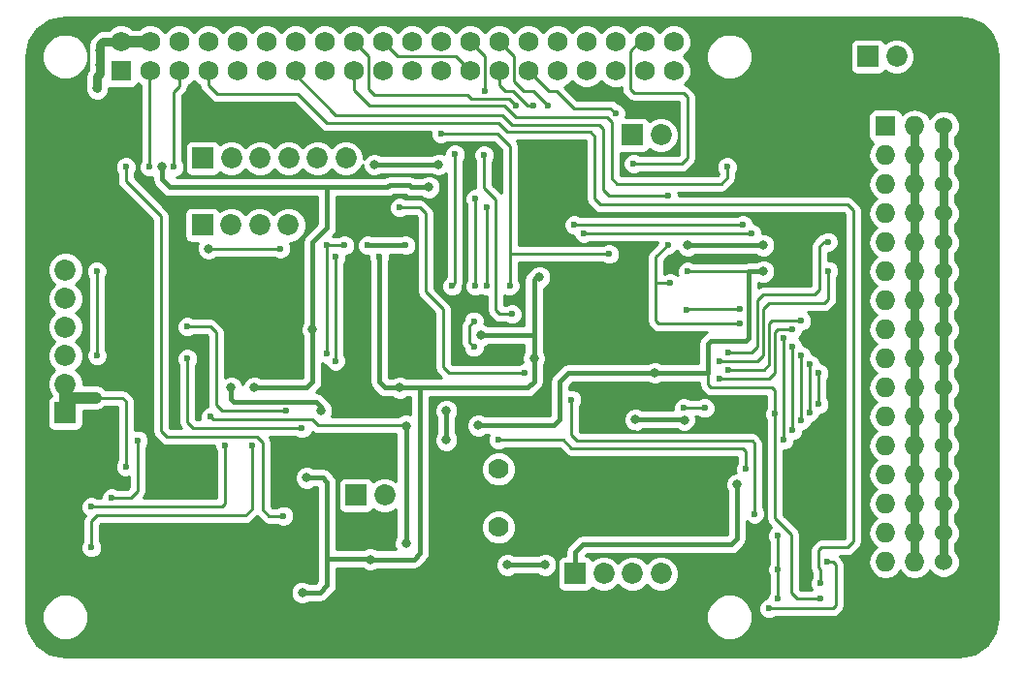
<source format=gbl>
G04 #@! TF.FileFunction,Copper,L2,Bot,Signal*
%FSLAX46Y46*%
G04 Gerber Fmt 4.6, Leading zero omitted, Abs format (unit mm)*
G04 Created by KiCad (PCBNEW no-vcs-found-undefined) date Fri Oct 14 17:23:30 2016*
%MOMM*%
%LPD*%
G01*
G04 APERTURE LIST*
%ADD10C,0.100000*%
%ADD11C,1.750000*%
%ADD12R,1.750000X1.750000*%
%ADD13C,1.778000*%
%ADD14C,1.850000*%
%ADD15R,1.850000X1.850000*%
%ADD16C,1.524000*%
%ADD17O,1.727200X1.727200*%
%ADD18R,1.727200X1.727200*%
%ADD19C,0.800000*%
%ADD20C,0.600000*%
%ADD21C,0.800000*%
%ADD22C,0.450000*%
%ADD23C,0.250000*%
%ADD24C,1.000000*%
%ADD25C,0.254000*%
G04 APERTURE END LIST*
D10*
D11*
X163620000Y-76454000D03*
X163620000Y-78994000D03*
X161080000Y-76454000D03*
X161080000Y-78994000D03*
X158540000Y-76454000D03*
X158540000Y-78994000D03*
X156000000Y-76454000D03*
X156000000Y-78994000D03*
X153460000Y-76454000D03*
X153460000Y-78994000D03*
X145840000Y-76454000D03*
X145840000Y-78994000D03*
X140760000Y-76454000D03*
X140760000Y-78994000D03*
X138220000Y-76454000D03*
X138220000Y-78994000D03*
X135680000Y-76454000D03*
X135680000Y-78994000D03*
X133140000Y-76454000D03*
X133140000Y-78994000D03*
X130600000Y-76454000D03*
X130600000Y-78994000D03*
X128060000Y-76454000D03*
X128060000Y-78994000D03*
X125520000Y-76454000D03*
X125520000Y-78994000D03*
X122980000Y-76454000D03*
X122980000Y-78994000D03*
X120440000Y-76454000D03*
X120440000Y-78994000D03*
X117900000Y-76454000D03*
X117900000Y-78994000D03*
X115360000Y-76454000D03*
D12*
X115360000Y-78994000D03*
D11*
X143300000Y-78994000D03*
X143300000Y-76454000D03*
X150920000Y-76454000D03*
X150920000Y-78994000D03*
X148380000Y-76454000D03*
X148380000Y-78994000D03*
D13*
X148336000Y-113792000D03*
X148336000Y-118872000D03*
D14*
X162520000Y-84582000D03*
D15*
X160020000Y-84582000D03*
D14*
X135008000Y-86614000D03*
X132508000Y-86614000D03*
X130008000Y-86614000D03*
X127508000Y-86614000D03*
X125008000Y-86614000D03*
D15*
X122508000Y-86614000D03*
D14*
X129968000Y-92456000D03*
X127468000Y-92456000D03*
X124968000Y-92456000D03*
D15*
X122468000Y-92456000D03*
D14*
X110490000Y-96386000D03*
X110490000Y-98886000D03*
X110490000Y-101386000D03*
X110490000Y-103886000D03*
X110490000Y-106386000D03*
D15*
X110490000Y-108886000D03*
D14*
X162520000Y-122936000D03*
X160020000Y-122936000D03*
X157520000Y-122936000D03*
D15*
X155020000Y-122936000D03*
D14*
X138390000Y-116078000D03*
D15*
X135890000Y-116078000D03*
D16*
X187198000Y-121920000D03*
X187198000Y-119380000D03*
X187198000Y-116840000D03*
X187198000Y-114300000D03*
X187198000Y-111760000D03*
X187198000Y-109220000D03*
X187198000Y-106680000D03*
X187198000Y-104140000D03*
X187198000Y-101600000D03*
X187198000Y-99060000D03*
X187198000Y-96520000D03*
X187198000Y-93980000D03*
X187198000Y-91440000D03*
X187198000Y-88900000D03*
X187198000Y-86360000D03*
X187198000Y-83820000D03*
D17*
X184658000Y-121920000D03*
X182118000Y-121920000D03*
X184658000Y-119380000D03*
X182118000Y-119380000D03*
X184658000Y-116840000D03*
X182118000Y-116840000D03*
X184658000Y-114300000D03*
X182118000Y-114300000D03*
X184658000Y-111760000D03*
X182118000Y-111760000D03*
X184658000Y-109220000D03*
X182118000Y-109220000D03*
X184658000Y-106680000D03*
X182118000Y-106680000D03*
X184658000Y-104140000D03*
X182118000Y-104140000D03*
X184658000Y-101600000D03*
X182118000Y-101600000D03*
X184658000Y-99060000D03*
X182118000Y-99060000D03*
X184658000Y-96520000D03*
X182118000Y-96520000D03*
X184658000Y-93980000D03*
X182118000Y-93980000D03*
X184658000Y-91440000D03*
X182118000Y-91440000D03*
X184658000Y-88900000D03*
X182118000Y-88900000D03*
X184658000Y-86360000D03*
X182118000Y-86360000D03*
X184658000Y-83820000D03*
D18*
X182118000Y-83820000D03*
D15*
X180594000Y-77724000D03*
D14*
X183094000Y-77724000D03*
D19*
X149098000Y-122174000D03*
X152400000Y-122174000D03*
D20*
X136906000Y-94234000D03*
D19*
X143080000Y-87180000D03*
X137480000Y-87190000D03*
X143764000Y-111252000D03*
X143764000Y-108712000D03*
D20*
X140208000Y-94234000D03*
D19*
X164846000Y-94234000D03*
X171450000Y-94234000D03*
D20*
X121158000Y-101346000D03*
X129794000Y-108712000D03*
X131150000Y-110236000D03*
X121157992Y-104140000D03*
X169418000Y-99822000D03*
X164710000Y-99850000D03*
X168380000Y-103630000D03*
X177100000Y-93930000D03*
X177140000Y-96480000D03*
X167640000Y-104394000D03*
X168376491Y-105104982D03*
X174752000Y-100837988D03*
X174014053Y-101580552D03*
X167640000Y-105918000D03*
X176290000Y-108120000D03*
X176276000Y-105410000D03*
X175510000Y-108820000D03*
X175514000Y-104648000D03*
X174780000Y-109510000D03*
X174752000Y-103886000D03*
X174010000Y-103080000D03*
X174000000Y-110400000D03*
X173228000Y-111252000D03*
X173228000Y-102362000D03*
D19*
X139700000Y-106680000D03*
X151892000Y-97028000D03*
X131200000Y-124590000D03*
X137120000Y-121690000D03*
X131572000Y-114562000D03*
X151430000Y-104110000D03*
D20*
X137922000Y-95250000D03*
D19*
X146812000Y-102108000D03*
D20*
X176429747Y-125100858D03*
X172466000Y-108966000D03*
D19*
X171450000Y-96520000D03*
X140240000Y-120310000D03*
D20*
X123190000Y-109220000D03*
D19*
X161980000Y-105380000D03*
D20*
X164846000Y-96520000D03*
D19*
X140240000Y-110000000D03*
X146558000Y-109982000D03*
D20*
X115793082Y-87380995D03*
X129550000Y-117880000D03*
X146180000Y-100860000D03*
X146180000Y-103130000D03*
X146304000Y-97790000D03*
X146304000Y-90170000D03*
X147320000Y-90931996D03*
X147320000Y-97790000D03*
X149300000Y-97760000D03*
X143291706Y-84455603D03*
X157988000Y-94996000D03*
X134112000Y-95250000D03*
X119980000Y-87370000D03*
X154940000Y-92450000D03*
X134110000Y-104330000D03*
X169671980Y-92456000D03*
X155775000Y-93200000D03*
X170434000Y-93218000D03*
X134874000Y-94234000D03*
X133350000Y-94234000D03*
X133350000Y-103730000D03*
X117856000Y-87376000D03*
X163322000Y-97536000D03*
X163125000Y-94175000D03*
X163125000Y-89875000D03*
X169418000Y-101092000D03*
X176437375Y-123793766D03*
X149860000Y-82042000D03*
D19*
X132842000Y-108712000D03*
X124968000Y-106680000D03*
X169148330Y-115141789D03*
D20*
X170686743Y-117731366D03*
X154690000Y-107720000D03*
X166327906Y-108464369D03*
X164516224Y-108462701D03*
X139700000Y-90932000D03*
X150622000Y-105410000D03*
X147070846Y-86330608D03*
X147110000Y-80720000D03*
X149490000Y-100250000D03*
X144527990Y-86277852D03*
X144272000Y-97790000D03*
X160125000Y-87100000D03*
X158550000Y-82700000D03*
X152654000Y-82042000D03*
X151384000Y-82042000D03*
X168290000Y-87390000D03*
D19*
X113538000Y-78486000D03*
X113284000Y-80518000D03*
X113538000Y-77216000D03*
D20*
X113240000Y-96500000D03*
X113270000Y-103880000D03*
X124480000Y-111720000D03*
X112776000Y-117094000D03*
X112776000Y-120650000D03*
X126812000Y-111694000D03*
D19*
X132080000Y-101600000D03*
X118970000Y-87370000D03*
X160280000Y-109470000D03*
X164540000Y-109490000D03*
X127000000Y-106680000D03*
X142240000Y-89154000D03*
D20*
X172720000Y-119634000D03*
X172734999Y-122572831D03*
X172746759Y-125106229D03*
X116850000Y-111290000D03*
X114554000Y-116332000D03*
D19*
X113030000Y-89916000D03*
X111703841Y-89954918D03*
X114405784Y-89964333D03*
X176853895Y-128114925D03*
X177837989Y-128123483D03*
X122428000Y-106680000D03*
D20*
X115760000Y-114830000D03*
D19*
X117602000Y-105664000D03*
X114554000Y-105664000D03*
X115570000Y-105664000D03*
X116586000Y-105664000D03*
X123010000Y-94520000D03*
D20*
X129290000Y-94510000D03*
D19*
X111990000Y-107570000D03*
X113170000Y-107570000D03*
D20*
X115780000Y-113590000D03*
X171958000Y-125984000D03*
X177038000Y-121920000D03*
X148336000Y-111252000D03*
X169926000Y-113792000D03*
D21*
X187198000Y-111760000D02*
X187198000Y-109220000D01*
X187198000Y-111760000D02*
X187198000Y-114300000D01*
X187198000Y-106680000D02*
X187198000Y-109220000D01*
X187198000Y-104140000D02*
X187198000Y-106680000D01*
X187198000Y-101600000D02*
X187198000Y-104140000D01*
X187198000Y-99060000D02*
X187198000Y-101600000D01*
X187198000Y-96520000D02*
X187198000Y-99060000D01*
X187198000Y-93980000D02*
X187198000Y-96520000D01*
X187198000Y-91440000D02*
X187198000Y-93980000D01*
X187198000Y-88900000D02*
X187198000Y-91440000D01*
X187198000Y-86360000D02*
X187198000Y-88900000D01*
X187198000Y-83820000D02*
X187198000Y-86360000D01*
X187198000Y-116840000D02*
X187198000Y-114300000D01*
X187198000Y-121920000D02*
X187198000Y-116840000D01*
D22*
X149098000Y-122174000D02*
X152400000Y-122174000D01*
X140208000Y-94234000D02*
X136906000Y-94234000D01*
X143080000Y-87180000D02*
X143070000Y-87190000D01*
X143070000Y-87190000D02*
X137480000Y-87190000D01*
X143764000Y-111252000D02*
X143764000Y-108712000D01*
X164846000Y-94234000D02*
X171450000Y-94234000D01*
D23*
X144570000Y-77724000D02*
X139490000Y-77724000D01*
X139490000Y-77724000D02*
X138220000Y-76454000D01*
X145840000Y-78994000D02*
X144570000Y-77724000D01*
X129794000Y-108712000D02*
X124206000Y-108712000D01*
X123698000Y-101854000D02*
X123190000Y-101346000D01*
X124206000Y-108712000D02*
X123698000Y-108204000D01*
X123698000Y-108204000D02*
X123698000Y-101854000D01*
X123190000Y-101346000D02*
X121158000Y-101346000D01*
X131150000Y-110236000D02*
X121666000Y-110236000D01*
X121666000Y-110236000D02*
X121158000Y-109728000D01*
X121158000Y-109728000D02*
X121158000Y-108712000D01*
X121158000Y-108712000D02*
X121158000Y-104140000D01*
X121158000Y-104140000D02*
X121157992Y-104140000D01*
X169418000Y-99822000D02*
X164738000Y-99822000D01*
X164738000Y-99822000D02*
X164710000Y-99850000D01*
X170436000Y-103630000D02*
X170942000Y-103124000D01*
X168380000Y-103630000D02*
X170436000Y-103630000D01*
X170942000Y-103124000D02*
X170942000Y-99060000D01*
X170942000Y-99060000D02*
X171450000Y-98552000D01*
X171450000Y-98552000D02*
X175918000Y-98552000D01*
X175918000Y-98552000D02*
X176340000Y-98130000D01*
X176340000Y-98130000D02*
X176340000Y-94320000D01*
X176340000Y-94320000D02*
X176730000Y-93930000D01*
X176730000Y-93930000D02*
X177100000Y-93930000D01*
X177140000Y-98950000D02*
X176776000Y-99314000D01*
X177140000Y-96480000D02*
X177140000Y-98950000D01*
X176776000Y-99314000D02*
X171958000Y-99314000D01*
X171958000Y-99314000D02*
X171450000Y-99822000D01*
X171450000Y-99822000D02*
X171450000Y-103886000D01*
X171450000Y-103886000D02*
X170942000Y-104394000D01*
X170942000Y-104394000D02*
X167640000Y-104394000D01*
X174752000Y-100837988D02*
X172212012Y-100837988D01*
X172212012Y-100837988D02*
X171958000Y-101092000D01*
X171958000Y-101092000D02*
X171958000Y-104648000D01*
X171958000Y-104648000D02*
X171501018Y-105104982D01*
X171501018Y-105104982D02*
X171144982Y-105104982D01*
X171144982Y-105104982D02*
X168376491Y-105104982D01*
X168402000Y-105156000D02*
X168376491Y-105104982D01*
X174014053Y-101580552D02*
X172739448Y-101580552D01*
X172739448Y-101580552D02*
X172466000Y-101854000D01*
X172466000Y-101854000D02*
X172466000Y-105410000D01*
X172466000Y-105410000D02*
X171958000Y-105918000D01*
X171958000Y-105918000D02*
X167640000Y-105918000D01*
X176276000Y-108106000D02*
X176290000Y-108120000D01*
X176290000Y-108120000D02*
X176290000Y-105424000D01*
X176290000Y-105424000D02*
X176276000Y-105410000D01*
X176276000Y-107950000D02*
X176276000Y-108106000D01*
X175510000Y-108820000D02*
X175514000Y-108816000D01*
X175514000Y-108816000D02*
X175514000Y-104648000D01*
X174752000Y-109398000D02*
X174780000Y-109426000D01*
X174780000Y-109426000D02*
X174780000Y-109510000D01*
X174752000Y-107950000D02*
X174752000Y-109398000D01*
X174752000Y-103886000D02*
X174752000Y-109398000D01*
X174010000Y-103080000D02*
X173990000Y-103100000D01*
X173990000Y-103100000D02*
X173990000Y-110390000D01*
X173990000Y-110390000D02*
X174000000Y-110400000D01*
X173228000Y-111252000D02*
X173228000Y-102362000D01*
D22*
X139700000Y-106680000D02*
X141478000Y-106680000D01*
X141478000Y-106680000D02*
X141478000Y-121142000D01*
X141478000Y-121142000D02*
X140930000Y-121690000D01*
X140930000Y-121690000D02*
X137120000Y-121690000D01*
X150876000Y-106680000D02*
X151430000Y-106126000D01*
X139700000Y-106680000D02*
X138430000Y-106680000D01*
X137922000Y-106172000D02*
X137922000Y-95250000D01*
X139700000Y-106680000D02*
X150876000Y-106680000D01*
X151430000Y-106126000D02*
X151430000Y-104110000D01*
X138430000Y-106680000D02*
X137922000Y-106172000D01*
X151892000Y-97028000D02*
X151638000Y-97028000D01*
X151638000Y-97028000D02*
X151420000Y-97246000D01*
X151420000Y-97246000D02*
X151420000Y-102072000D01*
X151420000Y-102072000D02*
X151384000Y-102108000D01*
X133350000Y-119960000D02*
X133350000Y-121666000D01*
X137120000Y-121690000D02*
X137096000Y-121666000D01*
X137096000Y-121666000D02*
X133350000Y-121666000D01*
X133350000Y-121666000D02*
X133350000Y-123952000D01*
X133350000Y-123952000D02*
X132712000Y-124590000D01*
X132712000Y-124590000D02*
X131200000Y-124590000D01*
X131572000Y-114554000D02*
X132964000Y-114554000D01*
X132964000Y-114554000D02*
X133350000Y-114940000D01*
X133350000Y-114940000D02*
X133350000Y-119960000D01*
X151430000Y-104110000D02*
X151420000Y-104100000D01*
X151420000Y-104100000D02*
X151420000Y-102144000D01*
X151420000Y-102144000D02*
X151384000Y-102108000D01*
X151384000Y-102108000D02*
X146812000Y-102108000D01*
D23*
X176429747Y-125100858D02*
X174359833Y-125100858D01*
X174359833Y-125100858D02*
X173862313Y-124603338D01*
X173862313Y-124603338D02*
X173862313Y-119506313D01*
X173862313Y-119506313D02*
X172466000Y-118110000D01*
X172466000Y-118110000D02*
X172466000Y-108966000D01*
X172212000Y-106680000D02*
X172466000Y-106934000D01*
X172466000Y-106934000D02*
X172466000Y-108966000D01*
X171958000Y-106680000D02*
X172212000Y-106680000D01*
D22*
X146558000Y-109982000D02*
X153162000Y-109982000D01*
X153162000Y-109982000D02*
X153670000Y-109474000D01*
X153670000Y-109474000D02*
X153670000Y-106172000D01*
X153670000Y-106172000D02*
X154452000Y-105390000D01*
X154452000Y-105390000D02*
X161970000Y-105390000D01*
X161970000Y-105390000D02*
X161980000Y-105380000D01*
D23*
X171958000Y-106680000D02*
X166878000Y-106680000D01*
X166878000Y-106680000D02*
X166624000Y-106426000D01*
X166624000Y-106426000D02*
X166624000Y-104902000D01*
D22*
X170180000Y-96520000D02*
X170180000Y-102362000D01*
X170180000Y-102362000D02*
X169926000Y-102616000D01*
X169926000Y-102616000D02*
X166878000Y-102616000D01*
X166878000Y-102616000D02*
X166624000Y-102870000D01*
X166624000Y-102870000D02*
X166624000Y-104902000D01*
X166624000Y-104902000D02*
X166624000Y-105410000D01*
X166624000Y-105410000D02*
X166594000Y-105380000D01*
X166594000Y-105380000D02*
X161980000Y-105380000D01*
X170180000Y-96520000D02*
X171450000Y-96520000D01*
D23*
X123444000Y-109474000D02*
X123190000Y-109220000D01*
X164846000Y-96520000D02*
X170180000Y-96520000D01*
X165862000Y-96520000D02*
X164846000Y-96520000D01*
X140240000Y-110000000D02*
X140230000Y-109990000D01*
X140230000Y-109990000D02*
X132596000Y-109990000D01*
X132596000Y-109990000D02*
X132080000Y-109474000D01*
X132080000Y-109474000D02*
X123444000Y-109474000D01*
D22*
X140240000Y-120310000D02*
X140240000Y-110000000D01*
D23*
X115793082Y-87380995D02*
X115793082Y-88583082D01*
X115793082Y-88583082D02*
X118872000Y-91662000D01*
X118872000Y-91662000D02*
X118872000Y-110490000D01*
X118872000Y-110490000D02*
X119380000Y-110998000D01*
X119380000Y-110998000D02*
X127254000Y-110998000D01*
X127254000Y-110998000D02*
X127762000Y-111506000D01*
X127762000Y-111506000D02*
X127762000Y-117348000D01*
X127762000Y-117348000D02*
X128294000Y-117880000D01*
X128294000Y-117880000D02*
X129550000Y-117880000D01*
X115316000Y-79038000D02*
X115360000Y-78994000D01*
X146304000Y-97790000D02*
X146256499Y-97742499D01*
X146256499Y-97742499D02*
X146256499Y-90217501D01*
X146256499Y-90217501D02*
X146304000Y-90170000D01*
X146180000Y-100860000D02*
X145796000Y-101244000D01*
X145796000Y-101244000D02*
X145796000Y-102746000D01*
X145796000Y-102746000D02*
X146180000Y-103130000D01*
X146180000Y-100860000D02*
X146180000Y-100940000D01*
X146304000Y-90678000D02*
X146304000Y-90170000D01*
X147320000Y-97790000D02*
X147320000Y-90931996D01*
X147320000Y-97619736D02*
X147320000Y-97790000D01*
X149334000Y-94996000D02*
X150114000Y-94996000D01*
X149300000Y-95030000D02*
X149334000Y-94996000D01*
X149300000Y-97760000D02*
X149300000Y-95030000D01*
X143291706Y-84455603D02*
X148213504Y-84455603D01*
X148213504Y-84455603D02*
X149304122Y-85546221D01*
X149304122Y-85546221D02*
X149304122Y-94948122D01*
X149304122Y-94948122D02*
X149352000Y-94996000D01*
X149352000Y-94996000D02*
X150114000Y-94996000D01*
X157988000Y-94996000D02*
X150114000Y-94996000D01*
X134112000Y-95250000D02*
X134112000Y-104328000D01*
X134112000Y-104328000D02*
X134110000Y-104330000D01*
X120440000Y-78994000D02*
X120440000Y-80340000D01*
X120440000Y-80340000D02*
X119980000Y-80800000D01*
X119980000Y-80800000D02*
X119980000Y-87370000D01*
X154946000Y-92456000D02*
X169247716Y-92456000D01*
X154940000Y-92450000D02*
X154946000Y-92456000D01*
X169247716Y-92456000D02*
X169671980Y-92456000D01*
X170434000Y-93218000D02*
X155793000Y-93218000D01*
X155793000Y-93218000D02*
X155775000Y-93200000D01*
X133350000Y-94234000D02*
X134874000Y-94234000D01*
X133350000Y-94234000D02*
X133350000Y-103730000D01*
X117856000Y-87376000D02*
X117850000Y-87370000D01*
X117850000Y-87370000D02*
X117850000Y-79044000D01*
X117850000Y-79044000D02*
X117900000Y-78994000D01*
X162052000Y-95248000D02*
X162052000Y-97536000D01*
X162052000Y-97536000D02*
X162052000Y-100838000D01*
X163322000Y-97536000D02*
X162052000Y-97536000D01*
X162052000Y-100838000D02*
X162306000Y-101092000D01*
X163125000Y-94175000D02*
X162052000Y-95248000D01*
X162306000Y-101092000D02*
X169418000Y-101092000D01*
X163125000Y-89875000D02*
X163084000Y-89916000D01*
X163084000Y-89916000D02*
X157988000Y-89916000D01*
X157988000Y-89916000D02*
X157480000Y-89408000D01*
X149477589Y-83691589D02*
X148636000Y-82850000D01*
X148636000Y-82850000D02*
X134110000Y-82850000D01*
X157480000Y-89408000D02*
X157480000Y-84074000D01*
X157480000Y-84074000D02*
X157097589Y-83691589D01*
X157097589Y-83691589D02*
X149477589Y-83691589D01*
X134110000Y-82850000D02*
X130600000Y-79340000D01*
X130600000Y-79340000D02*
X130600000Y-78994000D01*
X176437375Y-123793766D02*
X176437375Y-122589375D01*
X133350000Y-83566000D02*
X130810000Y-81026000D01*
X178816000Y-90678000D02*
X157226000Y-90678000D01*
X179324000Y-91186000D02*
X178816000Y-90678000D01*
X176437375Y-122589375D02*
X176276000Y-122428000D01*
X157226000Y-90678000D02*
X156718000Y-90170000D01*
X176276000Y-120904000D02*
X176530000Y-120650000D01*
X176276000Y-122428000D02*
X176276000Y-120904000D01*
X122980000Y-80231436D02*
X122980000Y-78994000D01*
X176530000Y-120650000D02*
X178816000Y-120650000D01*
X178816000Y-120650000D02*
X179324000Y-120142000D01*
X179324000Y-120142000D02*
X179324000Y-91186000D01*
X156718000Y-90170000D02*
X156718000Y-84698000D01*
X156718000Y-84698000D02*
X156348000Y-84328000D01*
X123774564Y-81026000D02*
X122980000Y-80231436D01*
X156348000Y-84328000D02*
X149098000Y-84328000D01*
X149098000Y-84328000D02*
X148336000Y-83566000D01*
X148336000Y-83566000D02*
X133350000Y-83566000D01*
X130810000Y-81026000D02*
X123774564Y-81026000D01*
X122936000Y-79038000D02*
X122980000Y-78994000D01*
X149860000Y-82042000D02*
X149278000Y-81460000D01*
X149278000Y-81460000D02*
X145976000Y-81460000D01*
X145976000Y-81460000D02*
X145596000Y-81080000D01*
X145596000Y-81080000D02*
X137468000Y-81080000D01*
X137468000Y-81080000D02*
X136950000Y-80562000D01*
X136950000Y-80562000D02*
X136950000Y-77724000D01*
X136950000Y-77724000D02*
X135680000Y-76454000D01*
D22*
X132430000Y-107950000D02*
X132842000Y-108362000D01*
X132842000Y-108362000D02*
X132842000Y-108712000D01*
X124968000Y-107696000D02*
X125222000Y-107950000D01*
X125222000Y-107950000D02*
X132430000Y-107950000D01*
X124968000Y-106680000D02*
X124968000Y-107696000D01*
X169148330Y-115141789D02*
X169148330Y-119888634D01*
X169148330Y-119888634D02*
X168640964Y-120396000D01*
X168640964Y-120396000D02*
X155702000Y-120396000D01*
X155702000Y-120396000D02*
X155020000Y-121078000D01*
X155020000Y-121078000D02*
X155020000Y-122936000D01*
D23*
X170686743Y-117731366D02*
X170688000Y-117730109D01*
X170688000Y-117730109D02*
X170688000Y-111561132D01*
X170688000Y-111561132D02*
X170467659Y-111340791D01*
X170467659Y-111340791D02*
X155190020Y-111340791D01*
X155190020Y-111340791D02*
X154690000Y-110840771D01*
X154690000Y-110840771D02*
X154690000Y-107720000D01*
X166326238Y-108462701D02*
X164516224Y-108462701D01*
X166327906Y-108464369D02*
X166326238Y-108462701D01*
X139700000Y-90932000D02*
X141478000Y-90932000D01*
X141478000Y-90932000D02*
X141986000Y-91440000D01*
X141986000Y-91440000D02*
X141986000Y-98298000D01*
X141986000Y-98298000D02*
X143510000Y-99822000D01*
X143510000Y-99822000D02*
X143510000Y-104902000D01*
X143510000Y-104902000D02*
X144018000Y-105410000D01*
X144018000Y-105410000D02*
X150622000Y-105410000D01*
X147070846Y-86330608D02*
X147070846Y-89247708D01*
X147070846Y-89247708D02*
X148082000Y-90258862D01*
X148082000Y-90258862D02*
X148082000Y-99902000D01*
X148082000Y-99902000D02*
X148430000Y-100250000D01*
X148430000Y-100250000D02*
X149490000Y-100250000D01*
X147111999Y-80217993D02*
X147111999Y-77725999D01*
X147111999Y-77725999D02*
X145840000Y-76454000D01*
X147110000Y-80720000D02*
X147110000Y-80219992D01*
X147110000Y-80219992D02*
X147111999Y-80217993D01*
X144527990Y-86277852D02*
X144526000Y-86279842D01*
X144526000Y-86279842D02*
X144526000Y-97536000D01*
X144526000Y-97536000D02*
X144272000Y-97790000D01*
X164338000Y-87122000D02*
X164846000Y-86614000D01*
X164846000Y-86614000D02*
X164846000Y-81287875D01*
X160125000Y-87100000D02*
X160147000Y-87122000D01*
X160147000Y-87122000D02*
X164338000Y-87122000D01*
X164846000Y-81287875D02*
X164473400Y-80915275D01*
X164473400Y-80915275D02*
X163068000Y-80915275D01*
X161080000Y-76454000D02*
X160628984Y-76454000D01*
X160628984Y-76454000D02*
X159816492Y-77266492D01*
X159816492Y-77266492D02*
X159816492Y-80568492D01*
X159816492Y-80568492D02*
X160163275Y-80915275D01*
X160163275Y-80915275D02*
X161433275Y-80915275D01*
X161433275Y-80915275D02*
X163068000Y-80915275D01*
X162957275Y-80915275D02*
X163068000Y-80915275D01*
X158550000Y-82700000D02*
X158097816Y-82247816D01*
X158097816Y-82247816D02*
X154891816Y-82247816D01*
X154891816Y-82247816D02*
X153416000Y-80772000D01*
X153416000Y-80772000D02*
X152698000Y-80772000D01*
X152698000Y-80772000D02*
X150920000Y-78994000D01*
X148380000Y-76454000D02*
X149650000Y-77724000D01*
X149650000Y-77724000D02*
X149650000Y-79925590D01*
X152354001Y-81742001D02*
X152654000Y-82042000D01*
X149650000Y-79925590D02*
X150496410Y-80772000D01*
X150496410Y-80772000D02*
X151384000Y-80772000D01*
X151384000Y-80772000D02*
X152354001Y-81742001D01*
X148380000Y-78994000D02*
X148380000Y-80231436D01*
X148380000Y-80231436D02*
X148920564Y-80772000D01*
X149606000Y-80772000D02*
X150876000Y-82042000D01*
X148920564Y-80772000D02*
X149606000Y-80772000D01*
X150876000Y-82042000D02*
X151384000Y-82042000D01*
X148380000Y-78994000D02*
X148380000Y-79462264D01*
D21*
X184658000Y-119380000D02*
X184658000Y-121920000D01*
X184658000Y-116840000D02*
X184658000Y-119380000D01*
X184658000Y-114300000D02*
X184658000Y-116840000D01*
X184658000Y-111760000D02*
X184658000Y-114300000D01*
X184658000Y-109220000D02*
X184658000Y-111760000D01*
X184658000Y-106680000D02*
X184658000Y-109220000D01*
X184658000Y-104140000D02*
X184658000Y-106680000D01*
X184658000Y-101600000D02*
X184658000Y-104140000D01*
X184658000Y-99060000D02*
X184658000Y-101600000D01*
X184658000Y-96520000D02*
X184658000Y-99060000D01*
X184658000Y-93980000D02*
X184658000Y-96520000D01*
X184658000Y-91440000D02*
X184658000Y-93980000D01*
X184658000Y-88900000D02*
X184658000Y-91440000D01*
X184658000Y-86360000D02*
X184658000Y-88900000D01*
X184658000Y-83820000D02*
X184658000Y-86360000D01*
D23*
X168290000Y-87390000D02*
X168290000Y-88310000D01*
X168290000Y-88310000D02*
X167757990Y-88842010D01*
X167757990Y-88842010D02*
X158692010Y-88842010D01*
X158692010Y-88842010D02*
X158242000Y-88392000D01*
X158242000Y-88392000D02*
X158242000Y-83452000D01*
X158242000Y-83452000D02*
X157848000Y-83058000D01*
X157848000Y-83058000D02*
X149860000Y-83058000D01*
X149860000Y-83058000D02*
X148844000Y-82042000D01*
X148844000Y-82042000D02*
X137042000Y-82042000D01*
X137042000Y-82042000D02*
X135680000Y-80680000D01*
X135680000Y-80680000D02*
X135680000Y-78994000D01*
D21*
X113538000Y-77216000D02*
X113538000Y-76708000D01*
X113284000Y-79502000D02*
X113284000Y-80518000D01*
X113284000Y-79502000D02*
X113538000Y-79248000D01*
X113538000Y-79248000D02*
X113538000Y-77216000D01*
X113538000Y-76708000D02*
X113792000Y-76454000D01*
X113792000Y-76454000D02*
X115360000Y-76454000D01*
D24*
X117900000Y-76454000D02*
X115360000Y-76454000D01*
D22*
X117900000Y-76454000D02*
X117900000Y-76918000D01*
X117900000Y-76454000D02*
X117856000Y-76454000D01*
D23*
X113240000Y-96500000D02*
X113260000Y-96520000D01*
X113260000Y-96520000D02*
X113260000Y-103870000D01*
X113260000Y-103870000D02*
X113270000Y-103880000D01*
X124480000Y-111720000D02*
X124460000Y-111740000D01*
X124460000Y-111740000D02*
X124460000Y-116840000D01*
X124460000Y-116840000D02*
X124206000Y-117094000D01*
X124206000Y-117094000D02*
X112776000Y-117094000D01*
X112776000Y-120650000D02*
X112776000Y-118364000D01*
X126238000Y-117856000D02*
X126812000Y-117282000D01*
X112776000Y-118364000D02*
X113284000Y-117856000D01*
X113284000Y-117856000D02*
X126238000Y-117856000D01*
X126812000Y-117282000D02*
X126812000Y-115570000D01*
X126812000Y-111694000D02*
X126812000Y-115570000D01*
X126812000Y-115570000D02*
X126812000Y-115758000D01*
D22*
X132080000Y-101600000D02*
X132080000Y-93980000D01*
X132080000Y-93980000D02*
X133350000Y-92710000D01*
X133350000Y-92710000D02*
X133350000Y-89154000D01*
X132334000Y-89154000D02*
X133350000Y-89154000D01*
X133350000Y-89154000D02*
X135128000Y-89154000D01*
D23*
X132080000Y-89154000D02*
X132334000Y-89154000D01*
D22*
X119634000Y-89154000D02*
X132334000Y-89154000D01*
X132080000Y-101600000D02*
X132080000Y-106172000D01*
X132080000Y-106172000D02*
X131572000Y-106680000D01*
X131572000Y-106680000D02*
X127000000Y-106680000D01*
X118970000Y-87370000D02*
X118970000Y-88490000D01*
X118970000Y-88490000D02*
X119634000Y-89154000D01*
X135128000Y-89154000D02*
X136144000Y-89154000D01*
X142240000Y-89154000D02*
X140716000Y-89154000D01*
X138626000Y-89154000D02*
X136144000Y-89154000D01*
X140716000Y-89154000D02*
X140522000Y-88960000D01*
X140522000Y-88960000D02*
X138820000Y-88960000D01*
X138820000Y-88960000D02*
X138626000Y-89154000D01*
X160280000Y-109470000D02*
X160778000Y-109470000D01*
X160778000Y-109470000D02*
X160782000Y-109474000D01*
X160782000Y-109474000D02*
X164524000Y-109474000D01*
X164524000Y-109474000D02*
X164540000Y-109490000D01*
D23*
X172734999Y-120142000D02*
X172734999Y-119902999D01*
X172734999Y-122572831D02*
X172734999Y-120142000D01*
X172734999Y-120142000D02*
X172734999Y-119648999D01*
X172734999Y-119648999D02*
X172720000Y-119634000D01*
X172746759Y-125106229D02*
X172746759Y-122584591D01*
X172746759Y-122584591D02*
X172734999Y-122572831D01*
X116850000Y-111290000D02*
X116840000Y-111300000D01*
X116840000Y-111300000D02*
X116840000Y-115720000D01*
X116840000Y-115720000D02*
X116228000Y-116332000D01*
X116228000Y-116332000D02*
X114554000Y-116332000D01*
X123010000Y-94520000D02*
X129280000Y-94520000D01*
X129280000Y-94520000D02*
X129290000Y-94510000D01*
X115470000Y-107570000D02*
X113170000Y-107570000D01*
D24*
X111990000Y-107570000D02*
X110530000Y-107570000D01*
X110530000Y-107570000D02*
X110490000Y-107610000D01*
X113170000Y-107570000D02*
X111990000Y-107570000D01*
X110490000Y-107610000D02*
X110490000Y-106386000D01*
X110490000Y-108886000D02*
X110490000Y-107610000D01*
D23*
X115780000Y-113590000D02*
X115780000Y-107880000D01*
X115780000Y-107880000D02*
X115470000Y-107570000D01*
X177546000Y-121920000D02*
X177038000Y-121920000D01*
X177800000Y-122174000D02*
X177546000Y-121920000D01*
X177546000Y-125984000D02*
X177800000Y-125730000D01*
X177800000Y-125730000D02*
X177800000Y-122174000D01*
X171958000Y-125984000D02*
X177546000Y-125984000D01*
X154686000Y-111968802D02*
X169634117Y-111968802D01*
X148336000Y-111252000D02*
X153969198Y-111252000D01*
X153969198Y-111252000D02*
X154686000Y-111968802D01*
X169926000Y-112260685D02*
X169926000Y-113792000D01*
X169634117Y-111968802D02*
X169926000Y-112260685D01*
D25*
G36*
X189630566Y-74453918D02*
X190570655Y-74932966D01*
X191316634Y-75679139D01*
X191795437Y-76619358D01*
X191961749Y-77671531D01*
X191944250Y-126798365D01*
X191684819Y-128100417D01*
X190954022Y-129193520D01*
X189860590Y-129923824D01*
X188558423Y-130182670D01*
X110446192Y-130175330D01*
X109143940Y-129916185D01*
X108050576Y-129185529D01*
X107320022Y-128092095D01*
X107127083Y-127122060D01*
X108479652Y-127122060D01*
X108785012Y-127861086D01*
X109349940Y-128427001D01*
X110088432Y-128733650D01*
X110888060Y-128734348D01*
X111627086Y-128428988D01*
X112193001Y-127864060D01*
X112499650Y-127125568D01*
X112499653Y-127122060D01*
X166479652Y-127122060D01*
X166785012Y-127861086D01*
X167349940Y-128427001D01*
X168088432Y-128733650D01*
X168888060Y-128734348D01*
X169627086Y-128428988D01*
X170193001Y-127864060D01*
X170499650Y-127125568D01*
X170500348Y-126325940D01*
X170194988Y-125586914D01*
X169630060Y-125020999D01*
X168891568Y-124714350D01*
X168091940Y-124713652D01*
X167352914Y-125019012D01*
X166786999Y-125583940D01*
X166480350Y-126322432D01*
X166479652Y-127122060D01*
X112499653Y-127122060D01*
X112500348Y-126325940D01*
X112194988Y-125586914D01*
X111630060Y-125020999D01*
X110891568Y-124714350D01*
X110091940Y-124713652D01*
X109352914Y-125019012D01*
X108786999Y-125583940D01*
X108480350Y-126322432D01*
X108479652Y-127122060D01*
X107127083Y-127122060D01*
X107061000Y-126789821D01*
X107061000Y-107961000D01*
X108917560Y-107961000D01*
X108917560Y-109811000D01*
X108966843Y-110058765D01*
X109107191Y-110268809D01*
X109317235Y-110409157D01*
X109565000Y-110458440D01*
X111415000Y-110458440D01*
X111662765Y-110409157D01*
X111872809Y-110268809D01*
X112013157Y-110058765D01*
X112062440Y-109811000D01*
X112062440Y-108705000D01*
X113170000Y-108705000D01*
X113604346Y-108618603D01*
X113972566Y-108372566D01*
X114001008Y-108330000D01*
X115020000Y-108330000D01*
X115020000Y-113027537D01*
X114987808Y-113059673D01*
X114845162Y-113403201D01*
X114844838Y-113775167D01*
X114986883Y-114118943D01*
X115249673Y-114382192D01*
X115593201Y-114524838D01*
X115965167Y-114525162D01*
X116080000Y-114477714D01*
X116080000Y-115405198D01*
X115913198Y-115572000D01*
X115116463Y-115572000D01*
X115084327Y-115539808D01*
X114740799Y-115397162D01*
X114368833Y-115396838D01*
X114025057Y-115538883D01*
X113761808Y-115801673D01*
X113619162Y-116145201D01*
X113618998Y-116334000D01*
X113338463Y-116334000D01*
X113306327Y-116301808D01*
X112962799Y-116159162D01*
X112590833Y-116158838D01*
X112247057Y-116300883D01*
X111983808Y-116563673D01*
X111841162Y-116907201D01*
X111840838Y-117279167D01*
X111982883Y-117622943D01*
X112217583Y-117858052D01*
X112073852Y-118073161D01*
X112016000Y-118364000D01*
X112016000Y-120087537D01*
X111983808Y-120119673D01*
X111841162Y-120463201D01*
X111840838Y-120835167D01*
X111982883Y-121178943D01*
X112245673Y-121442192D01*
X112589201Y-121584838D01*
X112961167Y-121585162D01*
X113304943Y-121443117D01*
X113568192Y-121180327D01*
X113710838Y-120836799D01*
X113711162Y-120464833D01*
X113569117Y-120121057D01*
X113536000Y-120087882D01*
X113536000Y-118678802D01*
X113598802Y-118616000D01*
X126238000Y-118616000D01*
X126528839Y-118558148D01*
X126775401Y-118393401D01*
X127254000Y-117914802D01*
X127756599Y-118417401D01*
X128003161Y-118582148D01*
X128294000Y-118640000D01*
X128987537Y-118640000D01*
X129019673Y-118672192D01*
X129363201Y-118814838D01*
X129735167Y-118815162D01*
X130078943Y-118673117D01*
X130342192Y-118410327D01*
X130484838Y-118066799D01*
X130485162Y-117694833D01*
X130343117Y-117351057D01*
X130080327Y-117087808D01*
X129736799Y-116945162D01*
X129364833Y-116944838D01*
X129021057Y-117086883D01*
X128987882Y-117120000D01*
X128608802Y-117120000D01*
X128522000Y-117033198D01*
X128522000Y-111506000D01*
X128464148Y-111215161D01*
X128317710Y-110996000D01*
X130587537Y-110996000D01*
X130619673Y-111028192D01*
X130963201Y-111170838D01*
X131335167Y-111171162D01*
X131678943Y-111029117D01*
X131942192Y-110766327D01*
X132046449Y-110515251D01*
X132058599Y-110527401D01*
X132305160Y-110692148D01*
X132596000Y-110750000D01*
X139380000Y-110750000D01*
X139380000Y-114861629D01*
X139274823Y-114756268D01*
X138701664Y-114518272D01*
X138081058Y-114517730D01*
X137507486Y-114754725D01*
X137390572Y-114871435D01*
X137272809Y-114695191D01*
X137062765Y-114554843D01*
X136815000Y-114505560D01*
X134965000Y-114505560D01*
X134717235Y-114554843D01*
X134507191Y-114695191D01*
X134366843Y-114905235D01*
X134317560Y-115153000D01*
X134317560Y-117003000D01*
X134366843Y-117250765D01*
X134507191Y-117460809D01*
X134717235Y-117601157D01*
X134965000Y-117650440D01*
X136815000Y-117650440D01*
X137062765Y-117601157D01*
X137272809Y-117460809D01*
X137390427Y-117284782D01*
X137505177Y-117399732D01*
X138078336Y-117637728D01*
X138698942Y-117638270D01*
X139272514Y-117401275D01*
X139380000Y-117293976D01*
X139380000Y-119706064D01*
X139363081Y-119722954D01*
X139205180Y-120103223D01*
X139204821Y-120514971D01*
X139334988Y-120830000D01*
X137723936Y-120830000D01*
X137707046Y-120813081D01*
X137326777Y-120655180D01*
X136915029Y-120654821D01*
X136549147Y-120806000D01*
X134210000Y-120806000D01*
X134210000Y-114940000D01*
X134144536Y-114610892D01*
X133958112Y-114331888D01*
X133572112Y-113945888D01*
X133474759Y-113880839D01*
X133293108Y-113759464D01*
X132964000Y-113694000D01*
X132167949Y-113694000D01*
X132159046Y-113685081D01*
X131778777Y-113527180D01*
X131367029Y-113526821D01*
X130986485Y-113684058D01*
X130695081Y-113974954D01*
X130537180Y-114355223D01*
X130536821Y-114766971D01*
X130694058Y-115147515D01*
X130984954Y-115438919D01*
X131365223Y-115596820D01*
X131776971Y-115597179D01*
X132157515Y-115439942D01*
X132183502Y-115414000D01*
X132490000Y-115414000D01*
X132490000Y-123595776D01*
X132355776Y-123730000D01*
X131803936Y-123730000D01*
X131787046Y-123713081D01*
X131406777Y-123555180D01*
X130995029Y-123554821D01*
X130614485Y-123712058D01*
X130323081Y-124002954D01*
X130165180Y-124383223D01*
X130164821Y-124794971D01*
X130322058Y-125175515D01*
X130612954Y-125466919D01*
X130993223Y-125624820D01*
X131404971Y-125625179D01*
X131785515Y-125467942D01*
X131803488Y-125450000D01*
X132712000Y-125450000D01*
X133041108Y-125384536D01*
X133320112Y-125198112D01*
X133958112Y-124560112D01*
X134000770Y-124496270D01*
X134144536Y-124281108D01*
X134210000Y-123952000D01*
X134210000Y-122526000D01*
X136492106Y-122526000D01*
X136532954Y-122566919D01*
X136913223Y-122724820D01*
X137324971Y-122725179D01*
X137705515Y-122567942D01*
X137723488Y-122550000D01*
X140930000Y-122550000D01*
X141259108Y-122484536D01*
X141417097Y-122378971D01*
X148062821Y-122378971D01*
X148220058Y-122759515D01*
X148510954Y-123050919D01*
X148891223Y-123208820D01*
X149302971Y-123209179D01*
X149683515Y-123051942D01*
X149701488Y-123034000D01*
X151796064Y-123034000D01*
X151812954Y-123050919D01*
X152193223Y-123208820D01*
X152604971Y-123209179D01*
X152985515Y-123051942D01*
X153276919Y-122761046D01*
X153434820Y-122380777D01*
X153435179Y-121969029D01*
X153277942Y-121588485D01*
X152987046Y-121297081D01*
X152606777Y-121139180D01*
X152195029Y-121138821D01*
X151814485Y-121296058D01*
X151796512Y-121314000D01*
X149701936Y-121314000D01*
X149685046Y-121297081D01*
X149304777Y-121139180D01*
X148893029Y-121138821D01*
X148512485Y-121296058D01*
X148221081Y-121586954D01*
X148063180Y-121967223D01*
X148062821Y-122378971D01*
X141417097Y-122378971D01*
X141538112Y-122298112D01*
X142086112Y-121750112D01*
X142096321Y-121734833D01*
X142272536Y-121471108D01*
X142338000Y-121142000D01*
X142338000Y-119173812D01*
X146811736Y-119173812D01*
X147043262Y-119734149D01*
X147471596Y-120163231D01*
X148031528Y-120395735D01*
X148637812Y-120396264D01*
X149198149Y-120164738D01*
X149627231Y-119736404D01*
X149859735Y-119176472D01*
X149860264Y-118570188D01*
X149628738Y-118009851D01*
X149200404Y-117580769D01*
X148640472Y-117348265D01*
X148034188Y-117347736D01*
X147473851Y-117579262D01*
X147044769Y-118007596D01*
X146812265Y-118567528D01*
X146811736Y-119173812D01*
X142338000Y-119173812D01*
X142338000Y-114093812D01*
X146811736Y-114093812D01*
X147043262Y-114654149D01*
X147471596Y-115083231D01*
X148031528Y-115315735D01*
X148637812Y-115316264D01*
X149198149Y-115084738D01*
X149627231Y-114656404D01*
X149859735Y-114096472D01*
X149860264Y-113490188D01*
X149628738Y-112929851D01*
X149200404Y-112500769D01*
X148640472Y-112268265D01*
X148034188Y-112267736D01*
X147473851Y-112499262D01*
X147044769Y-112927596D01*
X146812265Y-113487528D01*
X146811736Y-114093812D01*
X142338000Y-114093812D01*
X142338000Y-108916971D01*
X142728821Y-108916971D01*
X142886058Y-109297515D01*
X142904000Y-109315488D01*
X142904000Y-110648064D01*
X142887081Y-110664954D01*
X142729180Y-111045223D01*
X142728821Y-111456971D01*
X142886058Y-111837515D01*
X143176954Y-112128919D01*
X143557223Y-112286820D01*
X143968971Y-112287179D01*
X144349515Y-112129942D01*
X144640919Y-111839046D01*
X144798820Y-111458777D01*
X144799179Y-111047029D01*
X144641942Y-110666485D01*
X144624000Y-110648512D01*
X144624000Y-109315936D01*
X144640919Y-109299046D01*
X144798820Y-108918777D01*
X144799179Y-108507029D01*
X144641942Y-108126485D01*
X144351046Y-107835081D01*
X143970777Y-107677180D01*
X143559029Y-107676821D01*
X143178485Y-107834058D01*
X142887081Y-108124954D01*
X142729180Y-108505223D01*
X142728821Y-108916971D01*
X142338000Y-108916971D01*
X142338000Y-107540000D01*
X150876000Y-107540000D01*
X151205108Y-107474536D01*
X151484112Y-107288112D01*
X152038112Y-106734112D01*
X152224536Y-106455108D01*
X152290000Y-106126000D01*
X152290000Y-104713936D01*
X152306919Y-104697046D01*
X152464820Y-104316777D01*
X152465179Y-103905029D01*
X152307942Y-103524485D01*
X152280000Y-103496494D01*
X152280000Y-102144000D01*
X152273412Y-102110879D01*
X152272839Y-102108000D01*
X152280000Y-102072000D01*
X152280000Y-97987553D01*
X152477515Y-97905942D01*
X152768919Y-97615046D01*
X152926820Y-97234777D01*
X152927179Y-96823029D01*
X152769942Y-96442485D01*
X152479046Y-96151081D01*
X152098777Y-95993180D01*
X151687029Y-95992821D01*
X151306485Y-96150058D01*
X151048928Y-96407166D01*
X151029888Y-96419888D01*
X150811888Y-96637888D01*
X150625464Y-96916892D01*
X150560000Y-97246000D01*
X150560000Y-101248000D01*
X147415936Y-101248000D01*
X147399046Y-101231081D01*
X147091367Y-101103322D01*
X147114838Y-101046799D01*
X147115162Y-100674833D01*
X146973117Y-100331057D01*
X146710327Y-100067808D01*
X146366799Y-99925162D01*
X145994833Y-99924838D01*
X145651057Y-100066883D01*
X145387808Y-100329673D01*
X145245162Y-100673201D01*
X145245115Y-100726779D01*
X145093852Y-100953161D01*
X145036000Y-101244000D01*
X145036000Y-102746000D01*
X145093852Y-103036839D01*
X145244884Y-103262874D01*
X145244838Y-103315167D01*
X145386883Y-103658943D01*
X145649673Y-103922192D01*
X145993201Y-104064838D01*
X146365167Y-104065162D01*
X146708943Y-103923117D01*
X146972192Y-103660327D01*
X147114838Y-103316799D01*
X147115025Y-103102664D01*
X147397515Y-102985942D01*
X147415488Y-102968000D01*
X150560000Y-102968000D01*
X150560000Y-103516047D01*
X150553081Y-103522954D01*
X150395180Y-103903223D01*
X150394821Y-104314971D01*
X150460885Y-104474859D01*
X150436833Y-104474838D01*
X150093057Y-104616883D01*
X150059882Y-104650000D01*
X144332802Y-104650000D01*
X144270000Y-104587198D01*
X144270000Y-99822000D01*
X144212148Y-99531161D01*
X144212148Y-99531160D01*
X144047401Y-99284599D01*
X142746000Y-97983198D01*
X142746000Y-91440000D01*
X142688148Y-91149161D01*
X142523401Y-90902599D01*
X142015401Y-90394599D01*
X141768839Y-90229852D01*
X141478000Y-90172000D01*
X140262463Y-90172000D01*
X140230327Y-90139808D01*
X139886799Y-89997162D01*
X139514833Y-89996838D01*
X139171057Y-90138883D01*
X138907808Y-90401673D01*
X138765162Y-90745201D01*
X138764838Y-91117167D01*
X138906883Y-91460943D01*
X139169673Y-91724192D01*
X139513201Y-91866838D01*
X139885167Y-91867162D01*
X140228943Y-91725117D01*
X140262118Y-91692000D01*
X141163198Y-91692000D01*
X141226000Y-91754802D01*
X141226000Y-98298000D01*
X141283852Y-98588839D01*
X141448599Y-98835401D01*
X142750000Y-100136802D01*
X142750000Y-104902000D01*
X142807852Y-105192839D01*
X142972599Y-105439401D01*
X143353198Y-105820000D01*
X140303936Y-105820000D01*
X140287046Y-105803081D01*
X139906777Y-105645180D01*
X139495029Y-105644821D01*
X139114485Y-105802058D01*
X139096512Y-105820000D01*
X138786223Y-105820000D01*
X138782000Y-105815776D01*
X138782000Y-95617028D01*
X138856838Y-95436799D01*
X138857137Y-95094000D01*
X139840972Y-95094000D01*
X140021201Y-95168838D01*
X140393167Y-95169162D01*
X140736943Y-95027117D01*
X141000192Y-94764327D01*
X141142838Y-94420799D01*
X141143162Y-94048833D01*
X141001117Y-93705057D01*
X140738327Y-93441808D01*
X140394799Y-93299162D01*
X140022833Y-93298838D01*
X139840927Y-93374000D01*
X137273028Y-93374000D01*
X137092799Y-93299162D01*
X136720833Y-93298838D01*
X136377057Y-93440883D01*
X136113808Y-93703673D01*
X135971162Y-94047201D01*
X135970838Y-94419167D01*
X136112883Y-94762943D01*
X136375673Y-95026192D01*
X136719201Y-95168838D01*
X136987070Y-95169071D01*
X136986838Y-95435167D01*
X137062000Y-95617073D01*
X137062000Y-106172000D01*
X137127464Y-106501108D01*
X137283152Y-106734112D01*
X137313888Y-106780112D01*
X137821886Y-107288109D01*
X137821888Y-107288112D01*
X138049205Y-107440000D01*
X138100892Y-107474536D01*
X138430000Y-107540000D01*
X139096064Y-107540000D01*
X139112954Y-107556919D01*
X139493223Y-107714820D01*
X139904971Y-107715179D01*
X140285515Y-107557942D01*
X140303488Y-107540000D01*
X140618000Y-107540000D01*
X140618000Y-109036278D01*
X140446777Y-108965180D01*
X140035029Y-108964821D01*
X139654485Y-109122058D01*
X139546354Y-109230000D01*
X133747589Y-109230000D01*
X133876820Y-108918777D01*
X133877179Y-108507029D01*
X133719942Y-108126485D01*
X133639030Y-108045432D01*
X133636536Y-108032892D01*
X133450112Y-107753888D01*
X133038112Y-107341888D01*
X132931755Y-107270823D01*
X132759108Y-107155464D01*
X132430000Y-107090000D01*
X132378224Y-107090000D01*
X132688109Y-106780114D01*
X132688112Y-106780112D01*
X132874536Y-106501108D01*
X132940000Y-106172000D01*
X132940000Y-104572156D01*
X133163201Y-104664838D01*
X133236707Y-104664902D01*
X133316883Y-104858943D01*
X133579673Y-105122192D01*
X133923201Y-105264838D01*
X134295167Y-105265162D01*
X134638943Y-105123117D01*
X134902192Y-104860327D01*
X135044838Y-104516799D01*
X135045162Y-104144833D01*
X134903117Y-103801057D01*
X134872000Y-103769886D01*
X134872000Y-95812463D01*
X134904192Y-95780327D01*
X135046838Y-95436799D01*
X135047071Y-95169151D01*
X135059167Y-95169162D01*
X135402943Y-95027117D01*
X135666192Y-94764327D01*
X135808838Y-94420799D01*
X135809162Y-94048833D01*
X135667117Y-93705057D01*
X135404327Y-93441808D01*
X135060799Y-93299162D01*
X134688833Y-93298838D01*
X134345057Y-93440883D01*
X134311882Y-93474000D01*
X133912463Y-93474000D01*
X133880327Y-93441808D01*
X133847887Y-93428337D01*
X133958112Y-93318112D01*
X134010413Y-93239838D01*
X134144536Y-93039108D01*
X134210000Y-92710000D01*
X134210000Y-90014000D01*
X138626000Y-90014000D01*
X138955108Y-89948536D01*
X139147476Y-89820000D01*
X140194524Y-89820000D01*
X140386892Y-89948536D01*
X140716000Y-90014000D01*
X141636064Y-90014000D01*
X141652954Y-90030919D01*
X142033223Y-90188820D01*
X142444971Y-90189179D01*
X142825515Y-90031942D01*
X143116919Y-89741046D01*
X143274820Y-89360777D01*
X143275179Y-88949029D01*
X143117942Y-88568485D01*
X142827046Y-88277081D01*
X142446777Y-88119180D01*
X142035029Y-88118821D01*
X141654485Y-88276058D01*
X141636512Y-88294000D01*
X141043476Y-88294000D01*
X140851108Y-88165464D01*
X140522000Y-88100000D01*
X138820000Y-88100000D01*
X138490892Y-88165464D01*
X138298524Y-88294000D01*
X120192181Y-88294000D01*
X120508943Y-88163117D01*
X120772192Y-87900327D01*
X120914838Y-87556799D01*
X120915162Y-87184833D01*
X120773117Y-86841057D01*
X120740000Y-86807882D01*
X120740000Y-85689000D01*
X120935560Y-85689000D01*
X120935560Y-87539000D01*
X120984843Y-87786765D01*
X121125191Y-87996809D01*
X121335235Y-88137157D01*
X121583000Y-88186440D01*
X123433000Y-88186440D01*
X123680765Y-88137157D01*
X123890809Y-87996809D01*
X124008427Y-87820782D01*
X124123177Y-87935732D01*
X124696336Y-88173728D01*
X125316942Y-88174270D01*
X125890514Y-87937275D01*
X126258256Y-87570174D01*
X126623177Y-87935732D01*
X127196336Y-88173728D01*
X127816942Y-88174270D01*
X128390514Y-87937275D01*
X128758256Y-87570174D01*
X129123177Y-87935732D01*
X129696336Y-88173728D01*
X130316942Y-88174270D01*
X130890514Y-87937275D01*
X131258256Y-87570174D01*
X131623177Y-87935732D01*
X132196336Y-88173728D01*
X132816942Y-88174270D01*
X133390514Y-87937275D01*
X133758256Y-87570174D01*
X134123177Y-87935732D01*
X134696336Y-88173728D01*
X135316942Y-88174270D01*
X135890514Y-87937275D01*
X136329732Y-87498823D01*
X136444972Y-87221293D01*
X136444821Y-87394971D01*
X136602058Y-87775515D01*
X136892954Y-88066919D01*
X137273223Y-88224820D01*
X137684971Y-88225179D01*
X138065515Y-88067942D01*
X138083488Y-88050000D01*
X142486047Y-88050000D01*
X142492954Y-88056919D01*
X142873223Y-88214820D01*
X143284971Y-88215179D01*
X143665515Y-88057942D01*
X143766000Y-87957632D01*
X143766000Y-96987403D01*
X143743057Y-96996883D01*
X143479808Y-97259673D01*
X143337162Y-97603201D01*
X143336838Y-97975167D01*
X143478883Y-98318943D01*
X143741673Y-98582192D01*
X144085201Y-98724838D01*
X144457167Y-98725162D01*
X144800943Y-98583117D01*
X145064192Y-98320327D01*
X145206838Y-97976799D01*
X145206941Y-97858579D01*
X145228148Y-97826840D01*
X145286000Y-97536000D01*
X145286000Y-86842301D01*
X145320182Y-86808179D01*
X145462828Y-86464651D01*
X145463152Y-86092685D01*
X145321107Y-85748909D01*
X145058317Y-85485660D01*
X144714789Y-85343014D01*
X144342823Y-85342690D01*
X143999047Y-85484735D01*
X143735798Y-85747525D01*
X143593152Y-86091053D01*
X143592994Y-86272332D01*
X143286777Y-86145180D01*
X142875029Y-86144821D01*
X142494485Y-86302058D01*
X142466494Y-86330000D01*
X138083936Y-86330000D01*
X138067046Y-86313081D01*
X137686777Y-86155180D01*
X137275029Y-86154821D01*
X136894485Y-86312058D01*
X136603081Y-86602954D01*
X136567936Y-86687593D01*
X136568270Y-86305058D01*
X136331275Y-85731486D01*
X135892823Y-85292268D01*
X135319664Y-85054272D01*
X134699058Y-85053730D01*
X134125486Y-85290725D01*
X133757744Y-85657826D01*
X133392823Y-85292268D01*
X132819664Y-85054272D01*
X132199058Y-85053730D01*
X131625486Y-85290725D01*
X131257744Y-85657826D01*
X130892823Y-85292268D01*
X130319664Y-85054272D01*
X129699058Y-85053730D01*
X129125486Y-85290725D01*
X128757744Y-85657826D01*
X128392823Y-85292268D01*
X127819664Y-85054272D01*
X127199058Y-85053730D01*
X126625486Y-85290725D01*
X126257744Y-85657826D01*
X125892823Y-85292268D01*
X125319664Y-85054272D01*
X124699058Y-85053730D01*
X124125486Y-85290725D01*
X124008572Y-85407435D01*
X123890809Y-85231191D01*
X123680765Y-85090843D01*
X123433000Y-85041560D01*
X121583000Y-85041560D01*
X121335235Y-85090843D01*
X121125191Y-85231191D01*
X120984843Y-85441235D01*
X120935560Y-85689000D01*
X120740000Y-85689000D01*
X120740000Y-81114802D01*
X120977401Y-80877401D01*
X121142148Y-80630840D01*
X121200000Y-80340000D01*
X121200000Y-80313797D01*
X121294229Y-80274862D01*
X121710353Y-79859464D01*
X122123537Y-80273370D01*
X122237777Y-80320807D01*
X122277852Y-80522275D01*
X122442599Y-80768837D01*
X123237163Y-81563401D01*
X123483724Y-81728148D01*
X123774564Y-81786000D01*
X130495198Y-81786000D01*
X132812599Y-84103401D01*
X133059160Y-84268148D01*
X133070663Y-84270436D01*
X133350000Y-84326000D01*
X142356818Y-84326000D01*
X142356544Y-84640770D01*
X142498589Y-84984546D01*
X142761379Y-85247795D01*
X143104907Y-85390441D01*
X143476873Y-85390765D01*
X143820649Y-85248720D01*
X143853824Y-85215603D01*
X147898702Y-85215603D01*
X148544122Y-85861023D01*
X148544122Y-89646182D01*
X147830846Y-88932906D01*
X147830846Y-86893071D01*
X147863038Y-86860935D01*
X148005684Y-86517407D01*
X148006008Y-86145441D01*
X147863963Y-85801665D01*
X147601173Y-85538416D01*
X147257645Y-85395770D01*
X146885679Y-85395446D01*
X146541903Y-85537491D01*
X146278654Y-85800281D01*
X146136008Y-86143809D01*
X146135684Y-86515775D01*
X146277729Y-86859551D01*
X146310846Y-86892726D01*
X146310846Y-89235005D01*
X146118833Y-89234838D01*
X145775057Y-89376883D01*
X145511808Y-89639673D01*
X145369162Y-89983201D01*
X145368838Y-90355167D01*
X145496499Y-90664131D01*
X145496499Y-97296541D01*
X145369162Y-97603201D01*
X145368838Y-97975167D01*
X145510883Y-98318943D01*
X145773673Y-98582192D01*
X146117201Y-98724838D01*
X146489167Y-98725162D01*
X146812371Y-98591617D01*
X147133201Y-98724838D01*
X147322000Y-98725002D01*
X147322000Y-99902000D01*
X147379852Y-100192839D01*
X147544599Y-100439401D01*
X147892599Y-100787401D01*
X148139160Y-100952148D01*
X148430000Y-101010000D01*
X148927537Y-101010000D01*
X148959673Y-101042192D01*
X149303201Y-101184838D01*
X149675167Y-101185162D01*
X150018943Y-101043117D01*
X150282192Y-100780327D01*
X150424838Y-100436799D01*
X150425162Y-100064833D01*
X150283117Y-99721057D01*
X150020327Y-99457808D01*
X149676799Y-99315162D01*
X149304833Y-99314838D01*
X148961057Y-99456883D01*
X148927882Y-99490000D01*
X148842000Y-99490000D01*
X148842000Y-98582225D01*
X149113201Y-98694838D01*
X149485167Y-98695162D01*
X149828943Y-98553117D01*
X150092192Y-98290327D01*
X150234838Y-97946799D01*
X150235162Y-97574833D01*
X150093117Y-97231057D01*
X150060000Y-97197882D01*
X150060000Y-95756000D01*
X157425537Y-95756000D01*
X157457673Y-95788192D01*
X157801201Y-95930838D01*
X158173167Y-95931162D01*
X158516943Y-95789117D01*
X158780192Y-95526327D01*
X158922838Y-95182799D01*
X158923162Y-94810833D01*
X158781117Y-94467057D01*
X158518327Y-94203808D01*
X158174799Y-94061162D01*
X157802833Y-94060838D01*
X157459057Y-94202883D01*
X157425882Y-94236000D01*
X150064122Y-94236000D01*
X150064122Y-85546221D01*
X150006270Y-85255382D01*
X149894429Y-85088000D01*
X155958000Y-85088000D01*
X155958000Y-90170000D01*
X156015852Y-90460839D01*
X156180599Y-90707401D01*
X156688599Y-91215401D01*
X156935161Y-91380148D01*
X157226000Y-91438000D01*
X178501198Y-91438000D01*
X178564000Y-91500802D01*
X178564000Y-119827198D01*
X178501198Y-119890000D01*
X176530000Y-119890000D01*
X176239160Y-119947852D01*
X175992599Y-120112599D01*
X175738599Y-120366599D01*
X175573852Y-120613161D01*
X175516000Y-120904000D01*
X175516000Y-122428000D01*
X175573852Y-122718839D01*
X175677375Y-122873773D01*
X175677375Y-123231303D01*
X175645183Y-123263439D01*
X175502537Y-123606967D01*
X175502213Y-123978933D01*
X175644258Y-124322709D01*
X175662375Y-124340858D01*
X174674635Y-124340858D01*
X174622313Y-124288536D01*
X174622313Y-119506313D01*
X174564461Y-119215474D01*
X174399714Y-118968912D01*
X173226000Y-117795198D01*
X173226000Y-112186999D01*
X173413167Y-112187162D01*
X173756943Y-112045117D01*
X174020192Y-111782327D01*
X174162838Y-111438799D01*
X174162928Y-111335143D01*
X174185167Y-111335162D01*
X174528943Y-111193117D01*
X174792192Y-110930327D01*
X174934838Y-110586799D01*
X174934961Y-110445136D01*
X174965167Y-110445162D01*
X175308943Y-110303117D01*
X175572192Y-110040327D01*
X175690605Y-109755158D01*
X175695167Y-109755162D01*
X176038943Y-109613117D01*
X176302192Y-109350327D01*
X176424774Y-109055118D01*
X176475167Y-109055162D01*
X176818943Y-108913117D01*
X177082192Y-108650327D01*
X177224838Y-108306799D01*
X177225162Y-107934833D01*
X177083117Y-107591057D01*
X177050000Y-107557882D01*
X177050000Y-105958487D01*
X177068192Y-105940327D01*
X177210838Y-105596799D01*
X177211162Y-105224833D01*
X177069117Y-104881057D01*
X176806327Y-104617808D01*
X176462799Y-104475162D01*
X176449151Y-104475150D01*
X176449162Y-104462833D01*
X176307117Y-104119057D01*
X176044327Y-103855808D01*
X175700799Y-103713162D01*
X175687151Y-103713150D01*
X175687162Y-103700833D01*
X175545117Y-103357057D01*
X175282327Y-103093808D01*
X174945111Y-102953783D01*
X174945162Y-102894833D01*
X174803117Y-102551057D01*
X174584590Y-102332148D01*
X174806245Y-102110879D01*
X174948412Y-101768503D01*
X175280943Y-101631105D01*
X175544192Y-101368315D01*
X175686838Y-101024787D01*
X175687162Y-100652821D01*
X175545117Y-100309045D01*
X175310482Y-100074000D01*
X176776000Y-100074000D01*
X177066839Y-100016148D01*
X177313401Y-99851401D01*
X177677401Y-99487401D01*
X177842148Y-99240839D01*
X177900000Y-98950000D01*
X177900000Y-97042463D01*
X177932192Y-97010327D01*
X178074838Y-96666799D01*
X178075162Y-96294833D01*
X177933117Y-95951057D01*
X177670327Y-95687808D01*
X177326799Y-95545162D01*
X177100000Y-95544964D01*
X177100000Y-94865001D01*
X177285167Y-94865162D01*
X177628943Y-94723117D01*
X177892192Y-94460327D01*
X178034838Y-94116799D01*
X178035162Y-93744833D01*
X177893117Y-93401057D01*
X177630327Y-93137808D01*
X177286799Y-92995162D01*
X176914833Y-92994838D01*
X176571057Y-93136883D01*
X176490074Y-93217724D01*
X176439160Y-93227852D01*
X176192599Y-93392599D01*
X175802599Y-93782599D01*
X175637852Y-94029161D01*
X175580000Y-94320000D01*
X175580000Y-97792000D01*
X171450000Y-97792000D01*
X171159161Y-97849852D01*
X171040000Y-97929473D01*
X171040000Y-97470435D01*
X171243223Y-97554820D01*
X171654971Y-97555179D01*
X172035515Y-97397942D01*
X172326919Y-97107046D01*
X172484820Y-96726777D01*
X172485179Y-96315029D01*
X172327942Y-95934485D01*
X172037046Y-95643081D01*
X171656777Y-95485180D01*
X171245029Y-95484821D01*
X170864485Y-95642058D01*
X170846512Y-95660000D01*
X170180000Y-95660000D01*
X169850892Y-95725464D01*
X169799205Y-95760000D01*
X165408463Y-95760000D01*
X165376327Y-95727808D01*
X165032799Y-95585162D01*
X164660833Y-95584838D01*
X164317057Y-95726883D01*
X164053808Y-95989673D01*
X163911162Y-96333201D01*
X163910838Y-96705167D01*
X163979402Y-96871105D01*
X163852327Y-96743808D01*
X163508799Y-96601162D01*
X163136833Y-96600838D01*
X162812000Y-96735056D01*
X162812000Y-95562802D01*
X163264680Y-95110122D01*
X163310167Y-95110162D01*
X163653943Y-94968117D01*
X163917192Y-94705327D01*
X163919039Y-94700879D01*
X163968058Y-94819515D01*
X164258954Y-95110919D01*
X164639223Y-95268820D01*
X165050971Y-95269179D01*
X165431515Y-95111942D01*
X165449488Y-95094000D01*
X170846064Y-95094000D01*
X170862954Y-95110919D01*
X171243223Y-95268820D01*
X171654971Y-95269179D01*
X172035515Y-95111942D01*
X172326919Y-94821046D01*
X172484820Y-94440777D01*
X172485179Y-94029029D01*
X172327942Y-93648485D01*
X172037046Y-93357081D01*
X171656777Y-93199180D01*
X171369017Y-93198929D01*
X171369162Y-93032833D01*
X171227117Y-92689057D01*
X170964327Y-92425808D01*
X170620799Y-92283162D01*
X170607131Y-92283150D01*
X170607142Y-92270833D01*
X170465097Y-91927057D01*
X170202307Y-91663808D01*
X169858779Y-91521162D01*
X169486813Y-91520838D01*
X169143037Y-91662883D01*
X169109862Y-91696000D01*
X155508452Y-91696000D01*
X155470327Y-91657808D01*
X155126799Y-91515162D01*
X154754833Y-91514838D01*
X154411057Y-91656883D01*
X154147808Y-91919673D01*
X154005162Y-92263201D01*
X154004838Y-92635167D01*
X154146883Y-92978943D01*
X154409673Y-93242192D01*
X154753201Y-93384838D01*
X154839838Y-93384913D01*
X154839838Y-93385167D01*
X154981883Y-93728943D01*
X155244673Y-93992192D01*
X155588201Y-94134838D01*
X155960167Y-94135162D01*
X156303943Y-93993117D01*
X156319086Y-93978000D01*
X162194398Y-93978000D01*
X162190162Y-93988201D01*
X162190121Y-94035077D01*
X161514599Y-94710599D01*
X161349852Y-94957161D01*
X161292000Y-95248000D01*
X161292000Y-100838000D01*
X161349852Y-101128839D01*
X161514599Y-101375401D01*
X161768599Y-101629401D01*
X162015160Y-101794148D01*
X162306000Y-101852000D01*
X166503192Y-101852000D01*
X166275707Y-102004000D01*
X166269888Y-102007888D01*
X166015888Y-102261888D01*
X165829464Y-102540892D01*
X165764000Y-102870000D01*
X165764000Y-104520000D01*
X162583936Y-104520000D01*
X162567046Y-104503081D01*
X162186777Y-104345180D01*
X161775029Y-104344821D01*
X161394485Y-104502058D01*
X161366494Y-104530000D01*
X154452000Y-104530000D01*
X154122892Y-104595464D01*
X153902316Y-104742848D01*
X153843888Y-104781888D01*
X153061888Y-105563888D01*
X152875464Y-105842892D01*
X152810000Y-106172000D01*
X152810000Y-109117777D01*
X152805776Y-109122000D01*
X147161936Y-109122000D01*
X147145046Y-109105081D01*
X146764777Y-108947180D01*
X146353029Y-108946821D01*
X145972485Y-109104058D01*
X145681081Y-109394954D01*
X145523180Y-109775223D01*
X145522821Y-110186971D01*
X145680058Y-110567515D01*
X145970954Y-110858919D01*
X146351223Y-111016820D01*
X146762971Y-111017179D01*
X147143515Y-110859942D01*
X147161488Y-110842000D01*
X147493844Y-110842000D01*
X147401162Y-111065201D01*
X147400838Y-111437167D01*
X147542883Y-111780943D01*
X147805673Y-112044192D01*
X148149201Y-112186838D01*
X148521167Y-112187162D01*
X148864943Y-112045117D01*
X148898118Y-112012000D01*
X153654396Y-112012000D01*
X154148599Y-112506203D01*
X154395161Y-112670950D01*
X154686000Y-112728802D01*
X169166000Y-112728802D01*
X169166000Y-113229537D01*
X169133808Y-113261673D01*
X168991162Y-113605201D01*
X168990838Y-113977167D01*
X169044359Y-114106698D01*
X168943359Y-114106610D01*
X168562815Y-114263847D01*
X168271411Y-114554743D01*
X168113510Y-114935012D01*
X168113151Y-115346760D01*
X168270388Y-115727304D01*
X168288330Y-115745277D01*
X168288330Y-119532410D01*
X168284740Y-119536000D01*
X155702000Y-119536000D01*
X155372893Y-119601463D01*
X155093888Y-119787888D01*
X154411888Y-120469888D01*
X154225464Y-120748892D01*
X154160000Y-121078000D01*
X154160000Y-121363560D01*
X154095000Y-121363560D01*
X153847235Y-121412843D01*
X153637191Y-121553191D01*
X153496843Y-121763235D01*
X153447560Y-122011000D01*
X153447560Y-123861000D01*
X153496843Y-124108765D01*
X153637191Y-124318809D01*
X153847235Y-124459157D01*
X154095000Y-124508440D01*
X155945000Y-124508440D01*
X156192765Y-124459157D01*
X156402809Y-124318809D01*
X156520427Y-124142782D01*
X156635177Y-124257732D01*
X157208336Y-124495728D01*
X157828942Y-124496270D01*
X158402514Y-124259275D01*
X158770256Y-123892174D01*
X159135177Y-124257732D01*
X159708336Y-124495728D01*
X160328942Y-124496270D01*
X160902514Y-124259275D01*
X161270256Y-123892174D01*
X161635177Y-124257732D01*
X162208336Y-124495728D01*
X162828942Y-124496270D01*
X163402514Y-124259275D01*
X163841732Y-123820823D01*
X164079728Y-123247664D01*
X164080270Y-122627058D01*
X163843275Y-122053486D01*
X163404823Y-121614268D01*
X162831664Y-121376272D01*
X162211058Y-121375730D01*
X161637486Y-121612725D01*
X161269744Y-121979826D01*
X160904823Y-121614268D01*
X160331664Y-121376272D01*
X159711058Y-121375730D01*
X159137486Y-121612725D01*
X158769744Y-121979826D01*
X158404823Y-121614268D01*
X157831664Y-121376272D01*
X157211058Y-121375730D01*
X156637486Y-121612725D01*
X156520572Y-121729435D01*
X156402809Y-121553191D01*
X156192765Y-121412843D01*
X155949724Y-121364500D01*
X156058224Y-121256000D01*
X168640964Y-121256000D01*
X168970072Y-121190536D01*
X169249076Y-121004112D01*
X169756442Y-120496746D01*
X169774962Y-120469029D01*
X169942866Y-120217742D01*
X170008330Y-119888634D01*
X170008330Y-118375213D01*
X170156416Y-118523558D01*
X170499944Y-118666204D01*
X170871910Y-118666528D01*
X171215686Y-118524483D01*
X171478935Y-118261693D01*
X171621581Y-117918165D01*
X171621905Y-117546199D01*
X171479860Y-117202423D01*
X171448000Y-117170507D01*
X171448000Y-111561132D01*
X171437272Y-111507201D01*
X171390148Y-111270292D01*
X171225401Y-111023731D01*
X171005060Y-110803390D01*
X170758498Y-110638643D01*
X170467659Y-110580791D01*
X155504822Y-110580791D01*
X155450000Y-110525969D01*
X155450000Y-109674971D01*
X159244821Y-109674971D01*
X159402058Y-110055515D01*
X159692954Y-110346919D01*
X160073223Y-110504820D01*
X160484971Y-110505179D01*
X160865515Y-110347942D01*
X160879481Y-110334000D01*
X163920092Y-110334000D01*
X163952954Y-110366919D01*
X164333223Y-110524820D01*
X164744971Y-110525179D01*
X165125515Y-110367942D01*
X165416919Y-110077046D01*
X165574820Y-109696777D01*
X165575179Y-109285029D01*
X165549426Y-109222701D01*
X165763778Y-109222701D01*
X165797579Y-109256561D01*
X166141107Y-109399207D01*
X166513073Y-109399531D01*
X166856849Y-109257486D01*
X167120098Y-108994696D01*
X167262744Y-108651168D01*
X167263068Y-108279202D01*
X167121023Y-107935426D01*
X166858233Y-107672177D01*
X166514705Y-107529531D01*
X166142739Y-107529207D01*
X165798963Y-107671252D01*
X165767459Y-107702701D01*
X165078687Y-107702701D01*
X165046551Y-107670509D01*
X164703023Y-107527863D01*
X164331057Y-107527539D01*
X163987281Y-107669584D01*
X163724032Y-107932374D01*
X163581386Y-108275902D01*
X163581092Y-108614000D01*
X160887929Y-108614000D01*
X160867046Y-108593081D01*
X160486777Y-108435180D01*
X160075029Y-108434821D01*
X159694485Y-108592058D01*
X159403081Y-108882954D01*
X159245180Y-109263223D01*
X159244821Y-109674971D01*
X155450000Y-109674971D01*
X155450000Y-108282463D01*
X155482192Y-108250327D01*
X155624838Y-107906799D01*
X155625162Y-107534833D01*
X155483117Y-107191057D01*
X155220327Y-106927808D01*
X154876799Y-106785162D01*
X154530000Y-106784860D01*
X154530000Y-106528224D01*
X154808224Y-106250000D01*
X161386047Y-106250000D01*
X161392954Y-106256919D01*
X161773223Y-106414820D01*
X162184971Y-106415179D01*
X162565515Y-106257942D01*
X162583488Y-106240000D01*
X165864000Y-106240000D01*
X165864000Y-106426000D01*
X165921852Y-106716839D01*
X166086599Y-106963401D01*
X166340599Y-107217401D01*
X166587160Y-107382148D01*
X166878000Y-107440000D01*
X171706000Y-107440000D01*
X171706000Y-108403537D01*
X171673808Y-108435673D01*
X171531162Y-108779201D01*
X171530838Y-109151167D01*
X171672883Y-109494943D01*
X171706000Y-109528118D01*
X171706000Y-118110000D01*
X171763852Y-118400839D01*
X171928599Y-118647401D01*
X172156539Y-118875341D01*
X171927808Y-119103673D01*
X171785162Y-119447201D01*
X171784838Y-119819167D01*
X171926883Y-120162943D01*
X171974999Y-120211143D01*
X171974999Y-122010368D01*
X171942807Y-122042504D01*
X171800161Y-122386032D01*
X171799837Y-122757998D01*
X171941882Y-123101774D01*
X171986759Y-123146729D01*
X171986759Y-124543766D01*
X171954567Y-124575902D01*
X171811921Y-124919430D01*
X171811808Y-125048872D01*
X171772833Y-125048838D01*
X171429057Y-125190883D01*
X171165808Y-125453673D01*
X171023162Y-125797201D01*
X171022838Y-126169167D01*
X171164883Y-126512943D01*
X171427673Y-126776192D01*
X171771201Y-126918838D01*
X172143167Y-126919162D01*
X172486943Y-126777117D01*
X172520118Y-126744000D01*
X177546000Y-126744000D01*
X177836839Y-126686148D01*
X178083401Y-126521401D01*
X178337401Y-126267401D01*
X178502148Y-126020840D01*
X178560000Y-125730000D01*
X178560000Y-122174000D01*
X178533844Y-122042504D01*
X178502148Y-121883160D01*
X178337401Y-121636599D01*
X178110802Y-121410000D01*
X178816000Y-121410000D01*
X179106839Y-121352148D01*
X179353401Y-121187401D01*
X179861401Y-120679401D01*
X179935060Y-120569162D01*
X180026148Y-120432839D01*
X180084000Y-120142000D01*
X180084000Y-91186000D01*
X180026148Y-90895161D01*
X179861401Y-90648599D01*
X179353401Y-90140599D01*
X179106839Y-89975852D01*
X178816000Y-89918000D01*
X164059963Y-89918000D01*
X164060162Y-89689833D01*
X164023874Y-89602010D01*
X167757990Y-89602010D01*
X168048829Y-89544158D01*
X168295391Y-89379411D01*
X168827401Y-88847401D01*
X168992148Y-88600839D01*
X169050000Y-88310000D01*
X169050000Y-87952463D01*
X169082192Y-87920327D01*
X169224838Y-87576799D01*
X169225162Y-87204833D01*
X169083117Y-86861057D01*
X168820327Y-86597808D01*
X168476799Y-86455162D01*
X168104833Y-86454838D01*
X167761057Y-86596883D01*
X167497808Y-86859673D01*
X167355162Y-87203201D01*
X167354838Y-87575167D01*
X167496883Y-87918943D01*
X167530000Y-87952118D01*
X167530000Y-87995198D01*
X167443188Y-88082010D01*
X159006812Y-88082010D01*
X159002000Y-88077198D01*
X159002000Y-86135941D01*
X159095000Y-86154440D01*
X160945000Y-86154440D01*
X161192765Y-86105157D01*
X161402809Y-85964809D01*
X161520427Y-85788782D01*
X161635177Y-85903732D01*
X162208336Y-86141728D01*
X162828942Y-86142270D01*
X163402514Y-85905275D01*
X163841732Y-85466823D01*
X164079728Y-84893664D01*
X164080270Y-84273058D01*
X163843275Y-83699486D01*
X163404823Y-83260268D01*
X162831664Y-83022272D01*
X162211058Y-83021730D01*
X161637486Y-83258725D01*
X161520572Y-83375435D01*
X161402809Y-83199191D01*
X161192765Y-83058843D01*
X160945000Y-83009560D01*
X159433863Y-83009560D01*
X159484838Y-82886799D01*
X159485162Y-82514833D01*
X159343117Y-82171057D01*
X159080327Y-81907808D01*
X158736799Y-81765162D01*
X158689923Y-81765121D01*
X158635217Y-81710415D01*
X158388655Y-81545668D01*
X158097816Y-81487816D01*
X155206618Y-81487816D01*
X154087392Y-80368590D01*
X154314229Y-80274862D01*
X154730353Y-79859464D01*
X155143537Y-80273370D01*
X155698325Y-80503738D01*
X156299040Y-80504262D01*
X156854229Y-80274862D01*
X157270353Y-79859464D01*
X157683537Y-80273370D01*
X158238325Y-80503738D01*
X158839040Y-80504262D01*
X159056492Y-80414412D01*
X159056492Y-80568492D01*
X159114344Y-80859331D01*
X159279091Y-81105893D01*
X159625874Y-81452676D01*
X159872435Y-81617423D01*
X160163275Y-81675275D01*
X164086000Y-81675275D01*
X164086000Y-86299198D01*
X164023198Y-86362000D01*
X160709425Y-86362000D01*
X160655327Y-86307808D01*
X160311799Y-86165162D01*
X159939833Y-86164838D01*
X159596057Y-86306883D01*
X159332808Y-86569673D01*
X159190162Y-86913201D01*
X159189838Y-87285167D01*
X159331883Y-87628943D01*
X159594673Y-87892192D01*
X159938201Y-88034838D01*
X160310167Y-88035162D01*
X160653943Y-87893117D01*
X160665079Y-87882000D01*
X164338000Y-87882000D01*
X164628839Y-87824148D01*
X164875401Y-87659401D01*
X165383401Y-87151401D01*
X165401893Y-87123725D01*
X165548148Y-86904839D01*
X165606000Y-86614000D01*
X165606000Y-82956400D01*
X180606960Y-82956400D01*
X180606960Y-84683600D01*
X180656243Y-84931365D01*
X180796591Y-85141409D01*
X181006635Y-85281757D01*
X181045904Y-85289568D01*
X180733474Y-85757152D01*
X180619400Y-86330641D01*
X180619400Y-86389359D01*
X180733474Y-86962848D01*
X181058330Y-87449029D01*
X181329172Y-87630000D01*
X181058330Y-87810971D01*
X180733474Y-88297152D01*
X180619400Y-88870641D01*
X180619400Y-88929359D01*
X180733474Y-89502848D01*
X181058330Y-89989029D01*
X181329172Y-90170000D01*
X181058330Y-90350971D01*
X180733474Y-90837152D01*
X180619400Y-91410641D01*
X180619400Y-91469359D01*
X180733474Y-92042848D01*
X181058330Y-92529029D01*
X181329172Y-92710000D01*
X181058330Y-92890971D01*
X180733474Y-93377152D01*
X180619400Y-93950641D01*
X180619400Y-94009359D01*
X180733474Y-94582848D01*
X181058330Y-95069029D01*
X181329172Y-95250000D01*
X181058330Y-95430971D01*
X180733474Y-95917152D01*
X180619400Y-96490641D01*
X180619400Y-96549359D01*
X180733474Y-97122848D01*
X181058330Y-97609029D01*
X181329172Y-97790000D01*
X181058330Y-97970971D01*
X180733474Y-98457152D01*
X180619400Y-99030641D01*
X180619400Y-99089359D01*
X180733474Y-99662848D01*
X181058330Y-100149029D01*
X181329172Y-100330000D01*
X181058330Y-100510971D01*
X180733474Y-100997152D01*
X180619400Y-101570641D01*
X180619400Y-101629359D01*
X180733474Y-102202848D01*
X181058330Y-102689029D01*
X181329172Y-102870000D01*
X181058330Y-103050971D01*
X180733474Y-103537152D01*
X180619400Y-104110641D01*
X180619400Y-104169359D01*
X180733474Y-104742848D01*
X181058330Y-105229029D01*
X181329172Y-105410000D01*
X181058330Y-105590971D01*
X180733474Y-106077152D01*
X180619400Y-106650641D01*
X180619400Y-106709359D01*
X180733474Y-107282848D01*
X181058330Y-107769029D01*
X181329172Y-107950000D01*
X181058330Y-108130971D01*
X180733474Y-108617152D01*
X180619400Y-109190641D01*
X180619400Y-109249359D01*
X180733474Y-109822848D01*
X181058330Y-110309029D01*
X181329172Y-110490000D01*
X181058330Y-110670971D01*
X180733474Y-111157152D01*
X180619400Y-111730641D01*
X180619400Y-111789359D01*
X180733474Y-112362848D01*
X181058330Y-112849029D01*
X181329172Y-113030000D01*
X181058330Y-113210971D01*
X180733474Y-113697152D01*
X180619400Y-114270641D01*
X180619400Y-114329359D01*
X180733474Y-114902848D01*
X181058330Y-115389029D01*
X181329172Y-115570000D01*
X181058330Y-115750971D01*
X180733474Y-116237152D01*
X180619400Y-116810641D01*
X180619400Y-116869359D01*
X180733474Y-117442848D01*
X181058330Y-117929029D01*
X181329172Y-118110000D01*
X181058330Y-118290971D01*
X180733474Y-118777152D01*
X180619400Y-119350641D01*
X180619400Y-119409359D01*
X180733474Y-119982848D01*
X181058330Y-120469029D01*
X181329172Y-120650000D01*
X181058330Y-120830971D01*
X180733474Y-121317152D01*
X180619400Y-121890641D01*
X180619400Y-121949359D01*
X180733474Y-122522848D01*
X181058330Y-123009029D01*
X181544511Y-123333885D01*
X182118000Y-123447959D01*
X182691489Y-123333885D01*
X183177670Y-123009029D01*
X183388000Y-122694248D01*
X183598330Y-123009029D01*
X184084511Y-123333885D01*
X184658000Y-123447959D01*
X185231489Y-123333885D01*
X185717670Y-123009029D01*
X185976416Y-122621788D01*
X186012990Y-122710303D01*
X186405630Y-123103629D01*
X186918900Y-123316757D01*
X187474661Y-123317242D01*
X187988303Y-123105010D01*
X188381629Y-122712370D01*
X188594757Y-122199100D01*
X188595242Y-121643339D01*
X188383010Y-121129697D01*
X188233000Y-120979425D01*
X188233000Y-120320740D01*
X188381629Y-120172370D01*
X188594757Y-119659100D01*
X188595242Y-119103339D01*
X188383010Y-118589697D01*
X188233000Y-118439425D01*
X188233000Y-117780740D01*
X188381629Y-117632370D01*
X188594757Y-117119100D01*
X188595242Y-116563339D01*
X188383010Y-116049697D01*
X188233000Y-115899425D01*
X188233000Y-115240740D01*
X188381629Y-115092370D01*
X188594757Y-114579100D01*
X188595242Y-114023339D01*
X188383010Y-113509697D01*
X188233000Y-113359425D01*
X188233000Y-112700740D01*
X188381629Y-112552370D01*
X188594757Y-112039100D01*
X188595242Y-111483339D01*
X188383010Y-110969697D01*
X188233000Y-110819425D01*
X188233000Y-110160740D01*
X188381629Y-110012370D01*
X188594757Y-109499100D01*
X188595242Y-108943339D01*
X188383010Y-108429697D01*
X188233000Y-108279425D01*
X188233000Y-107620740D01*
X188381629Y-107472370D01*
X188594757Y-106959100D01*
X188595242Y-106403339D01*
X188383010Y-105889697D01*
X188233000Y-105739425D01*
X188233000Y-105080740D01*
X188381629Y-104932370D01*
X188594757Y-104419100D01*
X188595242Y-103863339D01*
X188383010Y-103349697D01*
X188233000Y-103199425D01*
X188233000Y-102540740D01*
X188381629Y-102392370D01*
X188594757Y-101879100D01*
X188595242Y-101323339D01*
X188383010Y-100809697D01*
X188233000Y-100659425D01*
X188233000Y-100000740D01*
X188381629Y-99852370D01*
X188594757Y-99339100D01*
X188595242Y-98783339D01*
X188383010Y-98269697D01*
X188233000Y-98119425D01*
X188233000Y-97460740D01*
X188381629Y-97312370D01*
X188594757Y-96799100D01*
X188595242Y-96243339D01*
X188383010Y-95729697D01*
X188233000Y-95579425D01*
X188233000Y-94920740D01*
X188381629Y-94772370D01*
X188594757Y-94259100D01*
X188595242Y-93703339D01*
X188383010Y-93189697D01*
X188233000Y-93039425D01*
X188233000Y-92380740D01*
X188381629Y-92232370D01*
X188594757Y-91719100D01*
X188595242Y-91163339D01*
X188383010Y-90649697D01*
X188233000Y-90499425D01*
X188233000Y-89840740D01*
X188381629Y-89692370D01*
X188594757Y-89179100D01*
X188595242Y-88623339D01*
X188383010Y-88109697D01*
X188233000Y-87959425D01*
X188233000Y-87300740D01*
X188381629Y-87152370D01*
X188594757Y-86639100D01*
X188595242Y-86083339D01*
X188383010Y-85569697D01*
X188233000Y-85419425D01*
X188233000Y-84760740D01*
X188381629Y-84612370D01*
X188594757Y-84099100D01*
X188595242Y-83543339D01*
X188383010Y-83029697D01*
X187990370Y-82636371D01*
X187477100Y-82423243D01*
X186921339Y-82422758D01*
X186407697Y-82634990D01*
X186014371Y-83027630D01*
X185976627Y-83118527D01*
X185717670Y-82730971D01*
X185231489Y-82406115D01*
X184658000Y-82292041D01*
X184084511Y-82406115D01*
X183598330Y-82730971D01*
X183587441Y-82747267D01*
X183579757Y-82708635D01*
X183439409Y-82498591D01*
X183229365Y-82358243D01*
X182981600Y-82308960D01*
X181254400Y-82308960D01*
X181006635Y-82358243D01*
X180796591Y-82498591D01*
X180656243Y-82708635D01*
X180606960Y-82956400D01*
X165606000Y-82956400D01*
X165606000Y-81287875D01*
X165548148Y-80997036D01*
X165383401Y-80750474D01*
X165010801Y-80377874D01*
X164764239Y-80213127D01*
X164573983Y-80175282D01*
X164899370Y-79850463D01*
X165129738Y-79295675D01*
X165130262Y-78694960D01*
X164900862Y-78139771D01*
X164883182Y-78122060D01*
X166479652Y-78122060D01*
X166785012Y-78861086D01*
X167349940Y-79427001D01*
X168088432Y-79733650D01*
X168888060Y-79734348D01*
X169627086Y-79428988D01*
X170193001Y-78864060D01*
X170499650Y-78125568D01*
X170500348Y-77325940D01*
X170282621Y-76799000D01*
X179021560Y-76799000D01*
X179021560Y-78649000D01*
X179070843Y-78896765D01*
X179211191Y-79106809D01*
X179421235Y-79247157D01*
X179669000Y-79296440D01*
X181519000Y-79296440D01*
X181766765Y-79247157D01*
X181976809Y-79106809D01*
X182094427Y-78930782D01*
X182209177Y-79045732D01*
X182782336Y-79283728D01*
X183402942Y-79284270D01*
X183976514Y-79047275D01*
X184415732Y-78608823D01*
X184653728Y-78035664D01*
X184654270Y-77415058D01*
X184417275Y-76841486D01*
X183978823Y-76402268D01*
X183405664Y-76164272D01*
X182785058Y-76163730D01*
X182211486Y-76400725D01*
X182094572Y-76517435D01*
X181976809Y-76341191D01*
X181766765Y-76200843D01*
X181519000Y-76151560D01*
X179669000Y-76151560D01*
X179421235Y-76200843D01*
X179211191Y-76341191D01*
X179070843Y-76551235D01*
X179021560Y-76799000D01*
X170282621Y-76799000D01*
X170194988Y-76586914D01*
X169630060Y-76020999D01*
X168891568Y-75714350D01*
X168091940Y-75713652D01*
X167352914Y-76019012D01*
X166786999Y-76583940D01*
X166480350Y-77322432D01*
X166479652Y-78122060D01*
X164883182Y-78122060D01*
X164485464Y-77723647D01*
X164899370Y-77310463D01*
X165129738Y-76755675D01*
X165130262Y-76154960D01*
X164900862Y-75599771D01*
X164476463Y-75174630D01*
X163921675Y-74944262D01*
X163320960Y-74943738D01*
X162765771Y-75173138D01*
X162349647Y-75588536D01*
X161936463Y-75174630D01*
X161381675Y-74944262D01*
X160780960Y-74943738D01*
X160225771Y-75173138D01*
X159809647Y-75588536D01*
X159396463Y-75174630D01*
X158841675Y-74944262D01*
X158240960Y-74943738D01*
X157685771Y-75173138D01*
X157269647Y-75588536D01*
X156856463Y-75174630D01*
X156301675Y-74944262D01*
X155700960Y-74943738D01*
X155145771Y-75173138D01*
X154729647Y-75588536D01*
X154316463Y-75174630D01*
X153761675Y-74944262D01*
X153160960Y-74943738D01*
X152605771Y-75173138D01*
X152189647Y-75588536D01*
X151776463Y-75174630D01*
X151221675Y-74944262D01*
X150620960Y-74943738D01*
X150065771Y-75173138D01*
X149649647Y-75588536D01*
X149236463Y-75174630D01*
X148681675Y-74944262D01*
X148080960Y-74943738D01*
X147525771Y-75173138D01*
X147109647Y-75588536D01*
X146696463Y-75174630D01*
X146141675Y-74944262D01*
X145540960Y-74943738D01*
X144985771Y-75173138D01*
X144569647Y-75588536D01*
X144156463Y-75174630D01*
X143601675Y-74944262D01*
X143000960Y-74943738D01*
X142445771Y-75173138D01*
X142029647Y-75588536D01*
X141616463Y-75174630D01*
X141061675Y-74944262D01*
X140460960Y-74943738D01*
X139905771Y-75173138D01*
X139489647Y-75588536D01*
X139076463Y-75174630D01*
X138521675Y-74944262D01*
X137920960Y-74943738D01*
X137365771Y-75173138D01*
X136949647Y-75588536D01*
X136536463Y-75174630D01*
X135981675Y-74944262D01*
X135380960Y-74943738D01*
X134825771Y-75173138D01*
X134409647Y-75588536D01*
X133996463Y-75174630D01*
X133441675Y-74944262D01*
X132840960Y-74943738D01*
X132285771Y-75173138D01*
X131869647Y-75588536D01*
X131456463Y-75174630D01*
X130901675Y-74944262D01*
X130300960Y-74943738D01*
X129745771Y-75173138D01*
X129329647Y-75588536D01*
X128916463Y-75174630D01*
X128361675Y-74944262D01*
X127760960Y-74943738D01*
X127205771Y-75173138D01*
X126789647Y-75588536D01*
X126376463Y-75174630D01*
X125821675Y-74944262D01*
X125220960Y-74943738D01*
X124665771Y-75173138D01*
X124249647Y-75588536D01*
X123836463Y-75174630D01*
X123281675Y-74944262D01*
X122680960Y-74943738D01*
X122125771Y-75173138D01*
X121709647Y-75588536D01*
X121296463Y-75174630D01*
X120741675Y-74944262D01*
X120140960Y-74943738D01*
X119585771Y-75173138D01*
X119169647Y-75588536D01*
X118756463Y-75174630D01*
X118201675Y-74944262D01*
X117600960Y-74943738D01*
X117045771Y-75173138D01*
X116899654Y-75319000D01*
X116360581Y-75319000D01*
X116216463Y-75174630D01*
X115661675Y-74944262D01*
X115060960Y-74943738D01*
X114505771Y-75173138D01*
X114259479Y-75419000D01*
X113792005Y-75419000D01*
X113792000Y-75418999D01*
X113395922Y-75497785D01*
X113261429Y-75587651D01*
X113060144Y-75722144D01*
X113060142Y-75722147D01*
X112806144Y-75976144D01*
X112581785Y-76311923D01*
X112502999Y-76708000D01*
X112503000Y-76708005D01*
X112503000Y-77215670D01*
X112502821Y-77420971D01*
X112503000Y-77421404D01*
X112503000Y-78485670D01*
X112502821Y-78690971D01*
X112503000Y-78691404D01*
X112503000Y-78843694D01*
X112327785Y-79105923D01*
X112248999Y-79502000D01*
X112249000Y-79502005D01*
X112249000Y-80517670D01*
X112248821Y-80722971D01*
X112406058Y-81103515D01*
X112696954Y-81394919D01*
X113077223Y-81552820D01*
X113488971Y-81553179D01*
X113869515Y-81395942D01*
X114160919Y-81105046D01*
X114318820Y-80724777D01*
X114319030Y-80483427D01*
X114485000Y-80516440D01*
X116235000Y-80516440D01*
X116482765Y-80467157D01*
X116692809Y-80326809D01*
X116833157Y-80116765D01*
X116842137Y-80071618D01*
X117043537Y-80273370D01*
X117090000Y-80292663D01*
X117090000Y-86819527D01*
X117063808Y-86845673D01*
X116921162Y-87189201D01*
X116920838Y-87561167D01*
X117062883Y-87904943D01*
X117325673Y-88168192D01*
X117669201Y-88310838D01*
X118041167Y-88311162D01*
X118110000Y-88282721D01*
X118110000Y-88490000D01*
X118175464Y-88819108D01*
X118267513Y-88956869D01*
X118361888Y-89098112D01*
X119025888Y-89762112D01*
X119304892Y-89948536D01*
X119634000Y-90014000D01*
X132490000Y-90014000D01*
X132490000Y-92353776D01*
X131471888Y-93371888D01*
X131285464Y-93650892D01*
X131220000Y-93980000D01*
X131220000Y-100996064D01*
X131203081Y-101012954D01*
X131045180Y-101393223D01*
X131044821Y-101804971D01*
X131202058Y-102185515D01*
X131220000Y-102203488D01*
X131220000Y-105815777D01*
X131215776Y-105820000D01*
X127603936Y-105820000D01*
X127587046Y-105803081D01*
X127206777Y-105645180D01*
X126795029Y-105644821D01*
X126414485Y-105802058D01*
X126123081Y-106092954D01*
X125983852Y-106428255D01*
X125845942Y-106094485D01*
X125555046Y-105803081D01*
X125174777Y-105645180D01*
X124763029Y-105644821D01*
X124458000Y-105770856D01*
X124458000Y-101854000D01*
X124400148Y-101563161D01*
X124235401Y-101316599D01*
X123727401Y-100808599D01*
X123480839Y-100643852D01*
X123190000Y-100586000D01*
X121720463Y-100586000D01*
X121688327Y-100553808D01*
X121344799Y-100411162D01*
X120972833Y-100410838D01*
X120629057Y-100552883D01*
X120365808Y-100815673D01*
X120223162Y-101159201D01*
X120222838Y-101531167D01*
X120364883Y-101874943D01*
X120627673Y-102138192D01*
X120971201Y-102280838D01*
X121343167Y-102281162D01*
X121686943Y-102139117D01*
X121720118Y-102106000D01*
X122875198Y-102106000D01*
X122938000Y-102168802D01*
X122938000Y-108204000D01*
X122957934Y-108304216D01*
X122661057Y-108426883D01*
X122397808Y-108689673D01*
X122255162Y-109033201D01*
X122254838Y-109405167D01*
X122284106Y-109476000D01*
X121980802Y-109476000D01*
X121918000Y-109413198D01*
X121918000Y-104702455D01*
X121950184Y-104670327D01*
X122092830Y-104326799D01*
X122093154Y-103954833D01*
X121951109Y-103611057D01*
X121688319Y-103347808D01*
X121344791Y-103205162D01*
X120972825Y-103204838D01*
X120629049Y-103346883D01*
X120365800Y-103609673D01*
X120223154Y-103953201D01*
X120222830Y-104325167D01*
X120364875Y-104668943D01*
X120398000Y-104702126D01*
X120398000Y-109728000D01*
X120455852Y-110018839D01*
X120602290Y-110238000D01*
X119694802Y-110238000D01*
X119632000Y-110175198D01*
X119632000Y-91662000D01*
X119605943Y-91531000D01*
X120895560Y-91531000D01*
X120895560Y-93381000D01*
X120944843Y-93628765D01*
X121085191Y-93838809D01*
X121295235Y-93979157D01*
X121543000Y-94028440D01*
X122093432Y-94028440D01*
X121975180Y-94313223D01*
X121974821Y-94724971D01*
X122132058Y-95105515D01*
X122422954Y-95396919D01*
X122803223Y-95554820D01*
X123214971Y-95555179D01*
X123595515Y-95397942D01*
X123713663Y-95280000D01*
X128737520Y-95280000D01*
X128759673Y-95302192D01*
X129103201Y-95444838D01*
X129475167Y-95445162D01*
X129818943Y-95303117D01*
X130082192Y-95040327D01*
X130224838Y-94696799D01*
X130225162Y-94324833D01*
X130097602Y-94016113D01*
X130276942Y-94016270D01*
X130850514Y-93779275D01*
X131289732Y-93340823D01*
X131527728Y-92767664D01*
X131528270Y-92147058D01*
X131291275Y-91573486D01*
X130852823Y-91134268D01*
X130279664Y-90896272D01*
X129659058Y-90895730D01*
X129085486Y-91132725D01*
X128717744Y-91499826D01*
X128352823Y-91134268D01*
X127779664Y-90896272D01*
X127159058Y-90895730D01*
X126585486Y-91132725D01*
X126217744Y-91499826D01*
X125852823Y-91134268D01*
X125279664Y-90896272D01*
X124659058Y-90895730D01*
X124085486Y-91132725D01*
X123968572Y-91249435D01*
X123850809Y-91073191D01*
X123640765Y-90932843D01*
X123393000Y-90883560D01*
X121543000Y-90883560D01*
X121295235Y-90932843D01*
X121085191Y-91073191D01*
X120944843Y-91283235D01*
X120895560Y-91531000D01*
X119605943Y-91531000D01*
X119574148Y-91371161D01*
X119409401Y-91124599D01*
X116553082Y-88268280D01*
X116553082Y-87943458D01*
X116585274Y-87911322D01*
X116727920Y-87567794D01*
X116728244Y-87195828D01*
X116586199Y-86852052D01*
X116323409Y-86588803D01*
X115979881Y-86446157D01*
X115607915Y-86445833D01*
X115264139Y-86587878D01*
X115000890Y-86850668D01*
X114858244Y-87194196D01*
X114857920Y-87566162D01*
X114999965Y-87909938D01*
X115033082Y-87943113D01*
X115033082Y-88583082D01*
X115090934Y-88873921D01*
X115255681Y-89120483D01*
X118112000Y-91976802D01*
X118112000Y-110490000D01*
X118169852Y-110780839D01*
X118334599Y-111027401D01*
X118842599Y-111535401D01*
X119089161Y-111700148D01*
X119380000Y-111758000D01*
X123544966Y-111758000D01*
X123544838Y-111905167D01*
X123686883Y-112248943D01*
X123700000Y-112262083D01*
X123700000Y-116334000D01*
X117300802Y-116334000D01*
X117377401Y-116257401D01*
X117542148Y-116010839D01*
X117600000Y-115720000D01*
X117600000Y-111862445D01*
X117642192Y-111820327D01*
X117784838Y-111476799D01*
X117785162Y-111104833D01*
X117643117Y-110761057D01*
X117380327Y-110497808D01*
X117036799Y-110355162D01*
X116664833Y-110354838D01*
X116540000Y-110406418D01*
X116540000Y-107880000D01*
X116531065Y-107835081D01*
X116482148Y-107589160D01*
X116317401Y-107342599D01*
X116007401Y-107032599D01*
X115760839Y-106867852D01*
X115470000Y-106810000D01*
X114001008Y-106810000D01*
X113972566Y-106767434D01*
X113604346Y-106521397D01*
X113170000Y-106435000D01*
X112049957Y-106435000D01*
X112050270Y-106077058D01*
X111813275Y-105503486D01*
X111446174Y-105135744D01*
X111811732Y-104770823D01*
X112049728Y-104197664D01*
X112050270Y-103577058D01*
X111813275Y-103003486D01*
X111446174Y-102635744D01*
X111811732Y-102270823D01*
X112049728Y-101697664D01*
X112050270Y-101077058D01*
X111813275Y-100503486D01*
X111446174Y-100135744D01*
X111811732Y-99770823D01*
X112049728Y-99197664D01*
X112050270Y-98577058D01*
X111813275Y-98003486D01*
X111446174Y-97635744D01*
X111811732Y-97270823D01*
X112049728Y-96697664D01*
X112049738Y-96685167D01*
X112304838Y-96685167D01*
X112446883Y-97028943D01*
X112500000Y-97082153D01*
X112500000Y-103327520D01*
X112477808Y-103349673D01*
X112335162Y-103693201D01*
X112334838Y-104065167D01*
X112476883Y-104408943D01*
X112739673Y-104672192D01*
X113083201Y-104814838D01*
X113455167Y-104815162D01*
X113798943Y-104673117D01*
X114062192Y-104410327D01*
X114204838Y-104066799D01*
X114205162Y-103694833D01*
X114063117Y-103351057D01*
X114020000Y-103307865D01*
X114020000Y-97042498D01*
X114032192Y-97030327D01*
X114174838Y-96686799D01*
X114175162Y-96314833D01*
X114033117Y-95971057D01*
X113770327Y-95707808D01*
X113426799Y-95565162D01*
X113054833Y-95564838D01*
X112711057Y-95706883D01*
X112447808Y-95969673D01*
X112305162Y-96313201D01*
X112304838Y-96685167D01*
X112049738Y-96685167D01*
X112050270Y-96077058D01*
X111813275Y-95503486D01*
X111374823Y-95064268D01*
X110801664Y-94826272D01*
X110181058Y-94825730D01*
X109607486Y-95062725D01*
X109168268Y-95501177D01*
X108930272Y-96074336D01*
X108929730Y-96694942D01*
X109166725Y-97268514D01*
X109533826Y-97636256D01*
X109168268Y-98001177D01*
X108930272Y-98574336D01*
X108929730Y-99194942D01*
X109166725Y-99768514D01*
X109533826Y-100136256D01*
X109168268Y-100501177D01*
X108930272Y-101074336D01*
X108929730Y-101694942D01*
X109166725Y-102268514D01*
X109533826Y-102636256D01*
X109168268Y-103001177D01*
X108930272Y-103574336D01*
X108929730Y-104194942D01*
X109166725Y-104768514D01*
X109533826Y-105136256D01*
X109168268Y-105501177D01*
X108930272Y-106074336D01*
X108929730Y-106694942D01*
X109166725Y-107268514D01*
X109283435Y-107385428D01*
X109107191Y-107503191D01*
X108966843Y-107713235D01*
X108917560Y-107961000D01*
X107061000Y-107961000D01*
X107061000Y-78122060D01*
X108479652Y-78122060D01*
X108785012Y-78861086D01*
X109349940Y-79427001D01*
X110088432Y-79733650D01*
X110888060Y-79734348D01*
X111627086Y-79428988D01*
X112193001Y-78864060D01*
X112499650Y-78125568D01*
X112500348Y-77325940D01*
X112194988Y-76586914D01*
X111630060Y-76020999D01*
X110891568Y-75714350D01*
X110091940Y-75713652D01*
X109352914Y-76019012D01*
X108786999Y-76583940D01*
X108480350Y-77322432D01*
X108479652Y-78122060D01*
X107061000Y-78122060D01*
X107061000Y-77680179D01*
X107320022Y-76377905D01*
X108050576Y-75284471D01*
X109143940Y-74553815D01*
X110446192Y-74294670D01*
X188578440Y-74287330D01*
X189630566Y-74453918D01*
X189630566Y-74453918D01*
G37*
X189630566Y-74453918D02*
X190570655Y-74932966D01*
X191316634Y-75679139D01*
X191795437Y-76619358D01*
X191961749Y-77671531D01*
X191944250Y-126798365D01*
X191684819Y-128100417D01*
X190954022Y-129193520D01*
X189860590Y-129923824D01*
X188558423Y-130182670D01*
X110446192Y-130175330D01*
X109143940Y-129916185D01*
X108050576Y-129185529D01*
X107320022Y-128092095D01*
X107127083Y-127122060D01*
X108479652Y-127122060D01*
X108785012Y-127861086D01*
X109349940Y-128427001D01*
X110088432Y-128733650D01*
X110888060Y-128734348D01*
X111627086Y-128428988D01*
X112193001Y-127864060D01*
X112499650Y-127125568D01*
X112499653Y-127122060D01*
X166479652Y-127122060D01*
X166785012Y-127861086D01*
X167349940Y-128427001D01*
X168088432Y-128733650D01*
X168888060Y-128734348D01*
X169627086Y-128428988D01*
X170193001Y-127864060D01*
X170499650Y-127125568D01*
X170500348Y-126325940D01*
X170194988Y-125586914D01*
X169630060Y-125020999D01*
X168891568Y-124714350D01*
X168091940Y-124713652D01*
X167352914Y-125019012D01*
X166786999Y-125583940D01*
X166480350Y-126322432D01*
X166479652Y-127122060D01*
X112499653Y-127122060D01*
X112500348Y-126325940D01*
X112194988Y-125586914D01*
X111630060Y-125020999D01*
X110891568Y-124714350D01*
X110091940Y-124713652D01*
X109352914Y-125019012D01*
X108786999Y-125583940D01*
X108480350Y-126322432D01*
X108479652Y-127122060D01*
X107127083Y-127122060D01*
X107061000Y-126789821D01*
X107061000Y-107961000D01*
X108917560Y-107961000D01*
X108917560Y-109811000D01*
X108966843Y-110058765D01*
X109107191Y-110268809D01*
X109317235Y-110409157D01*
X109565000Y-110458440D01*
X111415000Y-110458440D01*
X111662765Y-110409157D01*
X111872809Y-110268809D01*
X112013157Y-110058765D01*
X112062440Y-109811000D01*
X112062440Y-108705000D01*
X113170000Y-108705000D01*
X113604346Y-108618603D01*
X113972566Y-108372566D01*
X114001008Y-108330000D01*
X115020000Y-108330000D01*
X115020000Y-113027537D01*
X114987808Y-113059673D01*
X114845162Y-113403201D01*
X114844838Y-113775167D01*
X114986883Y-114118943D01*
X115249673Y-114382192D01*
X115593201Y-114524838D01*
X115965167Y-114525162D01*
X116080000Y-114477714D01*
X116080000Y-115405198D01*
X115913198Y-115572000D01*
X115116463Y-115572000D01*
X115084327Y-115539808D01*
X114740799Y-115397162D01*
X114368833Y-115396838D01*
X114025057Y-115538883D01*
X113761808Y-115801673D01*
X113619162Y-116145201D01*
X113618998Y-116334000D01*
X113338463Y-116334000D01*
X113306327Y-116301808D01*
X112962799Y-116159162D01*
X112590833Y-116158838D01*
X112247057Y-116300883D01*
X111983808Y-116563673D01*
X111841162Y-116907201D01*
X111840838Y-117279167D01*
X111982883Y-117622943D01*
X112217583Y-117858052D01*
X112073852Y-118073161D01*
X112016000Y-118364000D01*
X112016000Y-120087537D01*
X111983808Y-120119673D01*
X111841162Y-120463201D01*
X111840838Y-120835167D01*
X111982883Y-121178943D01*
X112245673Y-121442192D01*
X112589201Y-121584838D01*
X112961167Y-121585162D01*
X113304943Y-121443117D01*
X113568192Y-121180327D01*
X113710838Y-120836799D01*
X113711162Y-120464833D01*
X113569117Y-120121057D01*
X113536000Y-120087882D01*
X113536000Y-118678802D01*
X113598802Y-118616000D01*
X126238000Y-118616000D01*
X126528839Y-118558148D01*
X126775401Y-118393401D01*
X127254000Y-117914802D01*
X127756599Y-118417401D01*
X128003161Y-118582148D01*
X128294000Y-118640000D01*
X128987537Y-118640000D01*
X129019673Y-118672192D01*
X129363201Y-118814838D01*
X129735167Y-118815162D01*
X130078943Y-118673117D01*
X130342192Y-118410327D01*
X130484838Y-118066799D01*
X130485162Y-117694833D01*
X130343117Y-117351057D01*
X130080327Y-117087808D01*
X129736799Y-116945162D01*
X129364833Y-116944838D01*
X129021057Y-117086883D01*
X128987882Y-117120000D01*
X128608802Y-117120000D01*
X128522000Y-117033198D01*
X128522000Y-111506000D01*
X128464148Y-111215161D01*
X128317710Y-110996000D01*
X130587537Y-110996000D01*
X130619673Y-111028192D01*
X130963201Y-111170838D01*
X131335167Y-111171162D01*
X131678943Y-111029117D01*
X131942192Y-110766327D01*
X132046449Y-110515251D01*
X132058599Y-110527401D01*
X132305160Y-110692148D01*
X132596000Y-110750000D01*
X139380000Y-110750000D01*
X139380000Y-114861629D01*
X139274823Y-114756268D01*
X138701664Y-114518272D01*
X138081058Y-114517730D01*
X137507486Y-114754725D01*
X137390572Y-114871435D01*
X137272809Y-114695191D01*
X137062765Y-114554843D01*
X136815000Y-114505560D01*
X134965000Y-114505560D01*
X134717235Y-114554843D01*
X134507191Y-114695191D01*
X134366843Y-114905235D01*
X134317560Y-115153000D01*
X134317560Y-117003000D01*
X134366843Y-117250765D01*
X134507191Y-117460809D01*
X134717235Y-117601157D01*
X134965000Y-117650440D01*
X136815000Y-117650440D01*
X137062765Y-117601157D01*
X137272809Y-117460809D01*
X137390427Y-117284782D01*
X137505177Y-117399732D01*
X138078336Y-117637728D01*
X138698942Y-117638270D01*
X139272514Y-117401275D01*
X139380000Y-117293976D01*
X139380000Y-119706064D01*
X139363081Y-119722954D01*
X139205180Y-120103223D01*
X139204821Y-120514971D01*
X139334988Y-120830000D01*
X137723936Y-120830000D01*
X137707046Y-120813081D01*
X137326777Y-120655180D01*
X136915029Y-120654821D01*
X136549147Y-120806000D01*
X134210000Y-120806000D01*
X134210000Y-114940000D01*
X134144536Y-114610892D01*
X133958112Y-114331888D01*
X133572112Y-113945888D01*
X133474759Y-113880839D01*
X133293108Y-113759464D01*
X132964000Y-113694000D01*
X132167949Y-113694000D01*
X132159046Y-113685081D01*
X131778777Y-113527180D01*
X131367029Y-113526821D01*
X130986485Y-113684058D01*
X130695081Y-113974954D01*
X130537180Y-114355223D01*
X130536821Y-114766971D01*
X130694058Y-115147515D01*
X130984954Y-115438919D01*
X131365223Y-115596820D01*
X131776971Y-115597179D01*
X132157515Y-115439942D01*
X132183502Y-115414000D01*
X132490000Y-115414000D01*
X132490000Y-123595776D01*
X132355776Y-123730000D01*
X131803936Y-123730000D01*
X131787046Y-123713081D01*
X131406777Y-123555180D01*
X130995029Y-123554821D01*
X130614485Y-123712058D01*
X130323081Y-124002954D01*
X130165180Y-124383223D01*
X130164821Y-124794971D01*
X130322058Y-125175515D01*
X130612954Y-125466919D01*
X130993223Y-125624820D01*
X131404971Y-125625179D01*
X131785515Y-125467942D01*
X131803488Y-125450000D01*
X132712000Y-125450000D01*
X133041108Y-125384536D01*
X133320112Y-125198112D01*
X133958112Y-124560112D01*
X134000770Y-124496270D01*
X134144536Y-124281108D01*
X134210000Y-123952000D01*
X134210000Y-122526000D01*
X136492106Y-122526000D01*
X136532954Y-122566919D01*
X136913223Y-122724820D01*
X137324971Y-122725179D01*
X137705515Y-122567942D01*
X137723488Y-122550000D01*
X140930000Y-122550000D01*
X141259108Y-122484536D01*
X141417097Y-122378971D01*
X148062821Y-122378971D01*
X148220058Y-122759515D01*
X148510954Y-123050919D01*
X148891223Y-123208820D01*
X149302971Y-123209179D01*
X149683515Y-123051942D01*
X149701488Y-123034000D01*
X151796064Y-123034000D01*
X151812954Y-123050919D01*
X152193223Y-123208820D01*
X152604971Y-123209179D01*
X152985515Y-123051942D01*
X153276919Y-122761046D01*
X153434820Y-122380777D01*
X153435179Y-121969029D01*
X153277942Y-121588485D01*
X152987046Y-121297081D01*
X152606777Y-121139180D01*
X152195029Y-121138821D01*
X151814485Y-121296058D01*
X151796512Y-121314000D01*
X149701936Y-121314000D01*
X149685046Y-121297081D01*
X149304777Y-121139180D01*
X148893029Y-121138821D01*
X148512485Y-121296058D01*
X148221081Y-121586954D01*
X148063180Y-121967223D01*
X148062821Y-122378971D01*
X141417097Y-122378971D01*
X141538112Y-122298112D01*
X142086112Y-121750112D01*
X142096321Y-121734833D01*
X142272536Y-121471108D01*
X142338000Y-121142000D01*
X142338000Y-119173812D01*
X146811736Y-119173812D01*
X147043262Y-119734149D01*
X147471596Y-120163231D01*
X148031528Y-120395735D01*
X148637812Y-120396264D01*
X149198149Y-120164738D01*
X149627231Y-119736404D01*
X149859735Y-119176472D01*
X149860264Y-118570188D01*
X149628738Y-118009851D01*
X149200404Y-117580769D01*
X148640472Y-117348265D01*
X148034188Y-117347736D01*
X147473851Y-117579262D01*
X147044769Y-118007596D01*
X146812265Y-118567528D01*
X146811736Y-119173812D01*
X142338000Y-119173812D01*
X142338000Y-114093812D01*
X146811736Y-114093812D01*
X147043262Y-114654149D01*
X147471596Y-115083231D01*
X148031528Y-115315735D01*
X148637812Y-115316264D01*
X149198149Y-115084738D01*
X149627231Y-114656404D01*
X149859735Y-114096472D01*
X149860264Y-113490188D01*
X149628738Y-112929851D01*
X149200404Y-112500769D01*
X148640472Y-112268265D01*
X148034188Y-112267736D01*
X147473851Y-112499262D01*
X147044769Y-112927596D01*
X146812265Y-113487528D01*
X146811736Y-114093812D01*
X142338000Y-114093812D01*
X142338000Y-108916971D01*
X142728821Y-108916971D01*
X142886058Y-109297515D01*
X142904000Y-109315488D01*
X142904000Y-110648064D01*
X142887081Y-110664954D01*
X142729180Y-111045223D01*
X142728821Y-111456971D01*
X142886058Y-111837515D01*
X143176954Y-112128919D01*
X143557223Y-112286820D01*
X143968971Y-112287179D01*
X144349515Y-112129942D01*
X144640919Y-111839046D01*
X144798820Y-111458777D01*
X144799179Y-111047029D01*
X144641942Y-110666485D01*
X144624000Y-110648512D01*
X144624000Y-109315936D01*
X144640919Y-109299046D01*
X144798820Y-108918777D01*
X144799179Y-108507029D01*
X144641942Y-108126485D01*
X144351046Y-107835081D01*
X143970777Y-107677180D01*
X143559029Y-107676821D01*
X143178485Y-107834058D01*
X142887081Y-108124954D01*
X142729180Y-108505223D01*
X142728821Y-108916971D01*
X142338000Y-108916971D01*
X142338000Y-107540000D01*
X150876000Y-107540000D01*
X151205108Y-107474536D01*
X151484112Y-107288112D01*
X152038112Y-106734112D01*
X152224536Y-106455108D01*
X152290000Y-106126000D01*
X152290000Y-104713936D01*
X152306919Y-104697046D01*
X152464820Y-104316777D01*
X152465179Y-103905029D01*
X152307942Y-103524485D01*
X152280000Y-103496494D01*
X152280000Y-102144000D01*
X152273412Y-102110879D01*
X152272839Y-102108000D01*
X152280000Y-102072000D01*
X152280000Y-97987553D01*
X152477515Y-97905942D01*
X152768919Y-97615046D01*
X152926820Y-97234777D01*
X152927179Y-96823029D01*
X152769942Y-96442485D01*
X152479046Y-96151081D01*
X152098777Y-95993180D01*
X151687029Y-95992821D01*
X151306485Y-96150058D01*
X151048928Y-96407166D01*
X151029888Y-96419888D01*
X150811888Y-96637888D01*
X150625464Y-96916892D01*
X150560000Y-97246000D01*
X150560000Y-101248000D01*
X147415936Y-101248000D01*
X147399046Y-101231081D01*
X147091367Y-101103322D01*
X147114838Y-101046799D01*
X147115162Y-100674833D01*
X146973117Y-100331057D01*
X146710327Y-100067808D01*
X146366799Y-99925162D01*
X145994833Y-99924838D01*
X145651057Y-100066883D01*
X145387808Y-100329673D01*
X145245162Y-100673201D01*
X145245115Y-100726779D01*
X145093852Y-100953161D01*
X145036000Y-101244000D01*
X145036000Y-102746000D01*
X145093852Y-103036839D01*
X145244884Y-103262874D01*
X145244838Y-103315167D01*
X145386883Y-103658943D01*
X145649673Y-103922192D01*
X145993201Y-104064838D01*
X146365167Y-104065162D01*
X146708943Y-103923117D01*
X146972192Y-103660327D01*
X147114838Y-103316799D01*
X147115025Y-103102664D01*
X147397515Y-102985942D01*
X147415488Y-102968000D01*
X150560000Y-102968000D01*
X150560000Y-103516047D01*
X150553081Y-103522954D01*
X150395180Y-103903223D01*
X150394821Y-104314971D01*
X150460885Y-104474859D01*
X150436833Y-104474838D01*
X150093057Y-104616883D01*
X150059882Y-104650000D01*
X144332802Y-104650000D01*
X144270000Y-104587198D01*
X144270000Y-99822000D01*
X144212148Y-99531161D01*
X144212148Y-99531160D01*
X144047401Y-99284599D01*
X142746000Y-97983198D01*
X142746000Y-91440000D01*
X142688148Y-91149161D01*
X142523401Y-90902599D01*
X142015401Y-90394599D01*
X141768839Y-90229852D01*
X141478000Y-90172000D01*
X140262463Y-90172000D01*
X140230327Y-90139808D01*
X139886799Y-89997162D01*
X139514833Y-89996838D01*
X139171057Y-90138883D01*
X138907808Y-90401673D01*
X138765162Y-90745201D01*
X138764838Y-91117167D01*
X138906883Y-91460943D01*
X139169673Y-91724192D01*
X139513201Y-91866838D01*
X139885167Y-91867162D01*
X140228943Y-91725117D01*
X140262118Y-91692000D01*
X141163198Y-91692000D01*
X141226000Y-91754802D01*
X141226000Y-98298000D01*
X141283852Y-98588839D01*
X141448599Y-98835401D01*
X142750000Y-100136802D01*
X142750000Y-104902000D01*
X142807852Y-105192839D01*
X142972599Y-105439401D01*
X143353198Y-105820000D01*
X140303936Y-105820000D01*
X140287046Y-105803081D01*
X139906777Y-105645180D01*
X139495029Y-105644821D01*
X139114485Y-105802058D01*
X139096512Y-105820000D01*
X138786223Y-105820000D01*
X138782000Y-105815776D01*
X138782000Y-95617028D01*
X138856838Y-95436799D01*
X138857137Y-95094000D01*
X139840972Y-95094000D01*
X140021201Y-95168838D01*
X140393167Y-95169162D01*
X140736943Y-95027117D01*
X141000192Y-94764327D01*
X141142838Y-94420799D01*
X141143162Y-94048833D01*
X141001117Y-93705057D01*
X140738327Y-93441808D01*
X140394799Y-93299162D01*
X140022833Y-93298838D01*
X139840927Y-93374000D01*
X137273028Y-93374000D01*
X137092799Y-93299162D01*
X136720833Y-93298838D01*
X136377057Y-93440883D01*
X136113808Y-93703673D01*
X135971162Y-94047201D01*
X135970838Y-94419167D01*
X136112883Y-94762943D01*
X136375673Y-95026192D01*
X136719201Y-95168838D01*
X136987070Y-95169071D01*
X136986838Y-95435167D01*
X137062000Y-95617073D01*
X137062000Y-106172000D01*
X137127464Y-106501108D01*
X137283152Y-106734112D01*
X137313888Y-106780112D01*
X137821886Y-107288109D01*
X137821888Y-107288112D01*
X138049205Y-107440000D01*
X138100892Y-107474536D01*
X138430000Y-107540000D01*
X139096064Y-107540000D01*
X139112954Y-107556919D01*
X139493223Y-107714820D01*
X139904971Y-107715179D01*
X140285515Y-107557942D01*
X140303488Y-107540000D01*
X140618000Y-107540000D01*
X140618000Y-109036278D01*
X140446777Y-108965180D01*
X140035029Y-108964821D01*
X139654485Y-109122058D01*
X139546354Y-109230000D01*
X133747589Y-109230000D01*
X133876820Y-108918777D01*
X133877179Y-108507029D01*
X133719942Y-108126485D01*
X133639030Y-108045432D01*
X133636536Y-108032892D01*
X133450112Y-107753888D01*
X133038112Y-107341888D01*
X132931755Y-107270823D01*
X132759108Y-107155464D01*
X132430000Y-107090000D01*
X132378224Y-107090000D01*
X132688109Y-106780114D01*
X132688112Y-106780112D01*
X132874536Y-106501108D01*
X132940000Y-106172000D01*
X132940000Y-104572156D01*
X133163201Y-104664838D01*
X133236707Y-104664902D01*
X133316883Y-104858943D01*
X133579673Y-105122192D01*
X133923201Y-105264838D01*
X134295167Y-105265162D01*
X134638943Y-105123117D01*
X134902192Y-104860327D01*
X135044838Y-104516799D01*
X135045162Y-104144833D01*
X134903117Y-103801057D01*
X134872000Y-103769886D01*
X134872000Y-95812463D01*
X134904192Y-95780327D01*
X135046838Y-95436799D01*
X135047071Y-95169151D01*
X135059167Y-95169162D01*
X135402943Y-95027117D01*
X135666192Y-94764327D01*
X135808838Y-94420799D01*
X135809162Y-94048833D01*
X135667117Y-93705057D01*
X135404327Y-93441808D01*
X135060799Y-93299162D01*
X134688833Y-93298838D01*
X134345057Y-93440883D01*
X134311882Y-93474000D01*
X133912463Y-93474000D01*
X133880327Y-93441808D01*
X133847887Y-93428337D01*
X133958112Y-93318112D01*
X134010413Y-93239838D01*
X134144536Y-93039108D01*
X134210000Y-92710000D01*
X134210000Y-90014000D01*
X138626000Y-90014000D01*
X138955108Y-89948536D01*
X139147476Y-89820000D01*
X140194524Y-89820000D01*
X140386892Y-89948536D01*
X140716000Y-90014000D01*
X141636064Y-90014000D01*
X141652954Y-90030919D01*
X142033223Y-90188820D01*
X142444971Y-90189179D01*
X142825515Y-90031942D01*
X143116919Y-89741046D01*
X143274820Y-89360777D01*
X143275179Y-88949029D01*
X143117942Y-88568485D01*
X142827046Y-88277081D01*
X142446777Y-88119180D01*
X142035029Y-88118821D01*
X141654485Y-88276058D01*
X141636512Y-88294000D01*
X141043476Y-88294000D01*
X140851108Y-88165464D01*
X140522000Y-88100000D01*
X138820000Y-88100000D01*
X138490892Y-88165464D01*
X138298524Y-88294000D01*
X120192181Y-88294000D01*
X120508943Y-88163117D01*
X120772192Y-87900327D01*
X120914838Y-87556799D01*
X120915162Y-87184833D01*
X120773117Y-86841057D01*
X120740000Y-86807882D01*
X120740000Y-85689000D01*
X120935560Y-85689000D01*
X120935560Y-87539000D01*
X120984843Y-87786765D01*
X121125191Y-87996809D01*
X121335235Y-88137157D01*
X121583000Y-88186440D01*
X123433000Y-88186440D01*
X123680765Y-88137157D01*
X123890809Y-87996809D01*
X124008427Y-87820782D01*
X124123177Y-87935732D01*
X124696336Y-88173728D01*
X125316942Y-88174270D01*
X125890514Y-87937275D01*
X126258256Y-87570174D01*
X126623177Y-87935732D01*
X127196336Y-88173728D01*
X127816942Y-88174270D01*
X128390514Y-87937275D01*
X128758256Y-87570174D01*
X129123177Y-87935732D01*
X129696336Y-88173728D01*
X130316942Y-88174270D01*
X130890514Y-87937275D01*
X131258256Y-87570174D01*
X131623177Y-87935732D01*
X132196336Y-88173728D01*
X132816942Y-88174270D01*
X133390514Y-87937275D01*
X133758256Y-87570174D01*
X134123177Y-87935732D01*
X134696336Y-88173728D01*
X135316942Y-88174270D01*
X135890514Y-87937275D01*
X136329732Y-87498823D01*
X136444972Y-87221293D01*
X136444821Y-87394971D01*
X136602058Y-87775515D01*
X136892954Y-88066919D01*
X137273223Y-88224820D01*
X137684971Y-88225179D01*
X138065515Y-88067942D01*
X138083488Y-88050000D01*
X142486047Y-88050000D01*
X142492954Y-88056919D01*
X142873223Y-88214820D01*
X143284971Y-88215179D01*
X143665515Y-88057942D01*
X143766000Y-87957632D01*
X143766000Y-96987403D01*
X143743057Y-96996883D01*
X143479808Y-97259673D01*
X143337162Y-97603201D01*
X143336838Y-97975167D01*
X143478883Y-98318943D01*
X143741673Y-98582192D01*
X144085201Y-98724838D01*
X144457167Y-98725162D01*
X144800943Y-98583117D01*
X145064192Y-98320327D01*
X145206838Y-97976799D01*
X145206941Y-97858579D01*
X145228148Y-97826840D01*
X145286000Y-97536000D01*
X145286000Y-86842301D01*
X145320182Y-86808179D01*
X145462828Y-86464651D01*
X145463152Y-86092685D01*
X145321107Y-85748909D01*
X145058317Y-85485660D01*
X144714789Y-85343014D01*
X144342823Y-85342690D01*
X143999047Y-85484735D01*
X143735798Y-85747525D01*
X143593152Y-86091053D01*
X143592994Y-86272332D01*
X143286777Y-86145180D01*
X142875029Y-86144821D01*
X142494485Y-86302058D01*
X142466494Y-86330000D01*
X138083936Y-86330000D01*
X138067046Y-86313081D01*
X137686777Y-86155180D01*
X137275029Y-86154821D01*
X136894485Y-86312058D01*
X136603081Y-86602954D01*
X136567936Y-86687593D01*
X136568270Y-86305058D01*
X136331275Y-85731486D01*
X135892823Y-85292268D01*
X135319664Y-85054272D01*
X134699058Y-85053730D01*
X134125486Y-85290725D01*
X133757744Y-85657826D01*
X133392823Y-85292268D01*
X132819664Y-85054272D01*
X132199058Y-85053730D01*
X131625486Y-85290725D01*
X131257744Y-85657826D01*
X130892823Y-85292268D01*
X130319664Y-85054272D01*
X129699058Y-85053730D01*
X129125486Y-85290725D01*
X128757744Y-85657826D01*
X128392823Y-85292268D01*
X127819664Y-85054272D01*
X127199058Y-85053730D01*
X126625486Y-85290725D01*
X126257744Y-85657826D01*
X125892823Y-85292268D01*
X125319664Y-85054272D01*
X124699058Y-85053730D01*
X124125486Y-85290725D01*
X124008572Y-85407435D01*
X123890809Y-85231191D01*
X123680765Y-85090843D01*
X123433000Y-85041560D01*
X121583000Y-85041560D01*
X121335235Y-85090843D01*
X121125191Y-85231191D01*
X120984843Y-85441235D01*
X120935560Y-85689000D01*
X120740000Y-85689000D01*
X120740000Y-81114802D01*
X120977401Y-80877401D01*
X121142148Y-80630840D01*
X121200000Y-80340000D01*
X121200000Y-80313797D01*
X121294229Y-80274862D01*
X121710353Y-79859464D01*
X122123537Y-80273370D01*
X122237777Y-80320807D01*
X122277852Y-80522275D01*
X122442599Y-80768837D01*
X123237163Y-81563401D01*
X123483724Y-81728148D01*
X123774564Y-81786000D01*
X130495198Y-81786000D01*
X132812599Y-84103401D01*
X133059160Y-84268148D01*
X133070663Y-84270436D01*
X133350000Y-84326000D01*
X142356818Y-84326000D01*
X142356544Y-84640770D01*
X142498589Y-84984546D01*
X142761379Y-85247795D01*
X143104907Y-85390441D01*
X143476873Y-85390765D01*
X143820649Y-85248720D01*
X143853824Y-85215603D01*
X147898702Y-85215603D01*
X148544122Y-85861023D01*
X148544122Y-89646182D01*
X147830846Y-88932906D01*
X147830846Y-86893071D01*
X147863038Y-86860935D01*
X148005684Y-86517407D01*
X148006008Y-86145441D01*
X147863963Y-85801665D01*
X147601173Y-85538416D01*
X147257645Y-85395770D01*
X146885679Y-85395446D01*
X146541903Y-85537491D01*
X146278654Y-85800281D01*
X146136008Y-86143809D01*
X146135684Y-86515775D01*
X146277729Y-86859551D01*
X146310846Y-86892726D01*
X146310846Y-89235005D01*
X146118833Y-89234838D01*
X145775057Y-89376883D01*
X145511808Y-89639673D01*
X145369162Y-89983201D01*
X145368838Y-90355167D01*
X145496499Y-90664131D01*
X145496499Y-97296541D01*
X145369162Y-97603201D01*
X145368838Y-97975167D01*
X145510883Y-98318943D01*
X145773673Y-98582192D01*
X146117201Y-98724838D01*
X146489167Y-98725162D01*
X146812371Y-98591617D01*
X147133201Y-98724838D01*
X147322000Y-98725002D01*
X147322000Y-99902000D01*
X147379852Y-100192839D01*
X147544599Y-100439401D01*
X147892599Y-100787401D01*
X148139160Y-100952148D01*
X148430000Y-101010000D01*
X148927537Y-101010000D01*
X148959673Y-101042192D01*
X149303201Y-101184838D01*
X149675167Y-101185162D01*
X150018943Y-101043117D01*
X150282192Y-100780327D01*
X150424838Y-100436799D01*
X150425162Y-100064833D01*
X150283117Y-99721057D01*
X150020327Y-99457808D01*
X149676799Y-99315162D01*
X149304833Y-99314838D01*
X148961057Y-99456883D01*
X148927882Y-99490000D01*
X148842000Y-99490000D01*
X148842000Y-98582225D01*
X149113201Y-98694838D01*
X149485167Y-98695162D01*
X149828943Y-98553117D01*
X150092192Y-98290327D01*
X150234838Y-97946799D01*
X150235162Y-97574833D01*
X150093117Y-97231057D01*
X150060000Y-97197882D01*
X150060000Y-95756000D01*
X157425537Y-95756000D01*
X157457673Y-95788192D01*
X157801201Y-95930838D01*
X158173167Y-95931162D01*
X158516943Y-95789117D01*
X158780192Y-95526327D01*
X158922838Y-95182799D01*
X158923162Y-94810833D01*
X158781117Y-94467057D01*
X158518327Y-94203808D01*
X158174799Y-94061162D01*
X157802833Y-94060838D01*
X157459057Y-94202883D01*
X157425882Y-94236000D01*
X150064122Y-94236000D01*
X150064122Y-85546221D01*
X150006270Y-85255382D01*
X149894429Y-85088000D01*
X155958000Y-85088000D01*
X155958000Y-90170000D01*
X156015852Y-90460839D01*
X156180599Y-90707401D01*
X156688599Y-91215401D01*
X156935161Y-91380148D01*
X157226000Y-91438000D01*
X178501198Y-91438000D01*
X178564000Y-91500802D01*
X178564000Y-119827198D01*
X178501198Y-119890000D01*
X176530000Y-119890000D01*
X176239160Y-119947852D01*
X175992599Y-120112599D01*
X175738599Y-120366599D01*
X175573852Y-120613161D01*
X175516000Y-120904000D01*
X175516000Y-122428000D01*
X175573852Y-122718839D01*
X175677375Y-122873773D01*
X175677375Y-123231303D01*
X175645183Y-123263439D01*
X175502537Y-123606967D01*
X175502213Y-123978933D01*
X175644258Y-124322709D01*
X175662375Y-124340858D01*
X174674635Y-124340858D01*
X174622313Y-124288536D01*
X174622313Y-119506313D01*
X174564461Y-119215474D01*
X174399714Y-118968912D01*
X173226000Y-117795198D01*
X173226000Y-112186999D01*
X173413167Y-112187162D01*
X173756943Y-112045117D01*
X174020192Y-111782327D01*
X174162838Y-111438799D01*
X174162928Y-111335143D01*
X174185167Y-111335162D01*
X174528943Y-111193117D01*
X174792192Y-110930327D01*
X174934838Y-110586799D01*
X174934961Y-110445136D01*
X174965167Y-110445162D01*
X175308943Y-110303117D01*
X175572192Y-110040327D01*
X175690605Y-109755158D01*
X175695167Y-109755162D01*
X176038943Y-109613117D01*
X176302192Y-109350327D01*
X176424774Y-109055118D01*
X176475167Y-109055162D01*
X176818943Y-108913117D01*
X177082192Y-108650327D01*
X177224838Y-108306799D01*
X177225162Y-107934833D01*
X177083117Y-107591057D01*
X177050000Y-107557882D01*
X177050000Y-105958487D01*
X177068192Y-105940327D01*
X177210838Y-105596799D01*
X177211162Y-105224833D01*
X177069117Y-104881057D01*
X176806327Y-104617808D01*
X176462799Y-104475162D01*
X176449151Y-104475150D01*
X176449162Y-104462833D01*
X176307117Y-104119057D01*
X176044327Y-103855808D01*
X175700799Y-103713162D01*
X175687151Y-103713150D01*
X175687162Y-103700833D01*
X175545117Y-103357057D01*
X175282327Y-103093808D01*
X174945111Y-102953783D01*
X174945162Y-102894833D01*
X174803117Y-102551057D01*
X174584590Y-102332148D01*
X174806245Y-102110879D01*
X174948412Y-101768503D01*
X175280943Y-101631105D01*
X175544192Y-101368315D01*
X175686838Y-101024787D01*
X175687162Y-100652821D01*
X175545117Y-100309045D01*
X175310482Y-100074000D01*
X176776000Y-100074000D01*
X177066839Y-100016148D01*
X177313401Y-99851401D01*
X177677401Y-99487401D01*
X177842148Y-99240839D01*
X177900000Y-98950000D01*
X177900000Y-97042463D01*
X177932192Y-97010327D01*
X178074838Y-96666799D01*
X178075162Y-96294833D01*
X177933117Y-95951057D01*
X177670327Y-95687808D01*
X177326799Y-95545162D01*
X177100000Y-95544964D01*
X177100000Y-94865001D01*
X177285167Y-94865162D01*
X177628943Y-94723117D01*
X177892192Y-94460327D01*
X178034838Y-94116799D01*
X178035162Y-93744833D01*
X177893117Y-93401057D01*
X177630327Y-93137808D01*
X177286799Y-92995162D01*
X176914833Y-92994838D01*
X176571057Y-93136883D01*
X176490074Y-93217724D01*
X176439160Y-93227852D01*
X176192599Y-93392599D01*
X175802599Y-93782599D01*
X175637852Y-94029161D01*
X175580000Y-94320000D01*
X175580000Y-97792000D01*
X171450000Y-97792000D01*
X171159161Y-97849852D01*
X171040000Y-97929473D01*
X171040000Y-97470435D01*
X171243223Y-97554820D01*
X171654971Y-97555179D01*
X172035515Y-97397942D01*
X172326919Y-97107046D01*
X172484820Y-96726777D01*
X172485179Y-96315029D01*
X172327942Y-95934485D01*
X172037046Y-95643081D01*
X171656777Y-95485180D01*
X171245029Y-95484821D01*
X170864485Y-95642058D01*
X170846512Y-95660000D01*
X170180000Y-95660000D01*
X169850892Y-95725464D01*
X169799205Y-95760000D01*
X165408463Y-95760000D01*
X165376327Y-95727808D01*
X165032799Y-95585162D01*
X164660833Y-95584838D01*
X164317057Y-95726883D01*
X164053808Y-95989673D01*
X163911162Y-96333201D01*
X163910838Y-96705167D01*
X163979402Y-96871105D01*
X163852327Y-96743808D01*
X163508799Y-96601162D01*
X163136833Y-96600838D01*
X162812000Y-96735056D01*
X162812000Y-95562802D01*
X163264680Y-95110122D01*
X163310167Y-95110162D01*
X163653943Y-94968117D01*
X163917192Y-94705327D01*
X163919039Y-94700879D01*
X163968058Y-94819515D01*
X164258954Y-95110919D01*
X164639223Y-95268820D01*
X165050971Y-95269179D01*
X165431515Y-95111942D01*
X165449488Y-95094000D01*
X170846064Y-95094000D01*
X170862954Y-95110919D01*
X171243223Y-95268820D01*
X171654971Y-95269179D01*
X172035515Y-95111942D01*
X172326919Y-94821046D01*
X172484820Y-94440777D01*
X172485179Y-94029029D01*
X172327942Y-93648485D01*
X172037046Y-93357081D01*
X171656777Y-93199180D01*
X171369017Y-93198929D01*
X171369162Y-93032833D01*
X171227117Y-92689057D01*
X170964327Y-92425808D01*
X170620799Y-92283162D01*
X170607131Y-92283150D01*
X170607142Y-92270833D01*
X170465097Y-91927057D01*
X170202307Y-91663808D01*
X169858779Y-91521162D01*
X169486813Y-91520838D01*
X169143037Y-91662883D01*
X169109862Y-91696000D01*
X155508452Y-91696000D01*
X155470327Y-91657808D01*
X155126799Y-91515162D01*
X154754833Y-91514838D01*
X154411057Y-91656883D01*
X154147808Y-91919673D01*
X154005162Y-92263201D01*
X154004838Y-92635167D01*
X154146883Y-92978943D01*
X154409673Y-93242192D01*
X154753201Y-93384838D01*
X154839838Y-93384913D01*
X154839838Y-93385167D01*
X154981883Y-93728943D01*
X155244673Y-93992192D01*
X155588201Y-94134838D01*
X155960167Y-94135162D01*
X156303943Y-93993117D01*
X156319086Y-93978000D01*
X162194398Y-93978000D01*
X162190162Y-93988201D01*
X162190121Y-94035077D01*
X161514599Y-94710599D01*
X161349852Y-94957161D01*
X161292000Y-95248000D01*
X161292000Y-100838000D01*
X161349852Y-101128839D01*
X161514599Y-101375401D01*
X161768599Y-101629401D01*
X162015160Y-101794148D01*
X162306000Y-101852000D01*
X166503192Y-101852000D01*
X166275707Y-102004000D01*
X166269888Y-102007888D01*
X166015888Y-102261888D01*
X165829464Y-102540892D01*
X165764000Y-102870000D01*
X165764000Y-104520000D01*
X162583936Y-104520000D01*
X162567046Y-104503081D01*
X162186777Y-104345180D01*
X161775029Y-104344821D01*
X161394485Y-104502058D01*
X161366494Y-104530000D01*
X154452000Y-104530000D01*
X154122892Y-104595464D01*
X153902316Y-104742848D01*
X153843888Y-104781888D01*
X153061888Y-105563888D01*
X152875464Y-105842892D01*
X152810000Y-106172000D01*
X152810000Y-109117777D01*
X152805776Y-109122000D01*
X147161936Y-109122000D01*
X147145046Y-109105081D01*
X146764777Y-108947180D01*
X146353029Y-108946821D01*
X145972485Y-109104058D01*
X145681081Y-109394954D01*
X145523180Y-109775223D01*
X145522821Y-110186971D01*
X145680058Y-110567515D01*
X145970954Y-110858919D01*
X146351223Y-111016820D01*
X146762971Y-111017179D01*
X147143515Y-110859942D01*
X147161488Y-110842000D01*
X147493844Y-110842000D01*
X147401162Y-111065201D01*
X147400838Y-111437167D01*
X147542883Y-111780943D01*
X147805673Y-112044192D01*
X148149201Y-112186838D01*
X148521167Y-112187162D01*
X148864943Y-112045117D01*
X148898118Y-112012000D01*
X153654396Y-112012000D01*
X154148599Y-112506203D01*
X154395161Y-112670950D01*
X154686000Y-112728802D01*
X169166000Y-112728802D01*
X169166000Y-113229537D01*
X169133808Y-113261673D01*
X168991162Y-113605201D01*
X168990838Y-113977167D01*
X169044359Y-114106698D01*
X168943359Y-114106610D01*
X168562815Y-114263847D01*
X168271411Y-114554743D01*
X168113510Y-114935012D01*
X168113151Y-115346760D01*
X168270388Y-115727304D01*
X168288330Y-115745277D01*
X168288330Y-119532410D01*
X168284740Y-119536000D01*
X155702000Y-119536000D01*
X155372893Y-119601463D01*
X155093888Y-119787888D01*
X154411888Y-120469888D01*
X154225464Y-120748892D01*
X154160000Y-121078000D01*
X154160000Y-121363560D01*
X154095000Y-121363560D01*
X153847235Y-121412843D01*
X153637191Y-121553191D01*
X153496843Y-121763235D01*
X153447560Y-122011000D01*
X153447560Y-123861000D01*
X153496843Y-124108765D01*
X153637191Y-124318809D01*
X153847235Y-124459157D01*
X154095000Y-124508440D01*
X155945000Y-124508440D01*
X156192765Y-124459157D01*
X156402809Y-124318809D01*
X156520427Y-124142782D01*
X156635177Y-124257732D01*
X157208336Y-124495728D01*
X157828942Y-124496270D01*
X158402514Y-124259275D01*
X158770256Y-123892174D01*
X159135177Y-124257732D01*
X159708336Y-124495728D01*
X160328942Y-124496270D01*
X160902514Y-124259275D01*
X161270256Y-123892174D01*
X161635177Y-124257732D01*
X162208336Y-124495728D01*
X162828942Y-124496270D01*
X163402514Y-124259275D01*
X163841732Y-123820823D01*
X164079728Y-123247664D01*
X164080270Y-122627058D01*
X163843275Y-122053486D01*
X163404823Y-121614268D01*
X162831664Y-121376272D01*
X162211058Y-121375730D01*
X161637486Y-121612725D01*
X161269744Y-121979826D01*
X160904823Y-121614268D01*
X160331664Y-121376272D01*
X159711058Y-121375730D01*
X159137486Y-121612725D01*
X158769744Y-121979826D01*
X158404823Y-121614268D01*
X157831664Y-121376272D01*
X157211058Y-121375730D01*
X156637486Y-121612725D01*
X156520572Y-121729435D01*
X156402809Y-121553191D01*
X156192765Y-121412843D01*
X155949724Y-121364500D01*
X156058224Y-121256000D01*
X168640964Y-121256000D01*
X168970072Y-121190536D01*
X169249076Y-121004112D01*
X169756442Y-120496746D01*
X169774962Y-120469029D01*
X169942866Y-120217742D01*
X170008330Y-119888634D01*
X170008330Y-118375213D01*
X170156416Y-118523558D01*
X170499944Y-118666204D01*
X170871910Y-118666528D01*
X171215686Y-118524483D01*
X171478935Y-118261693D01*
X171621581Y-117918165D01*
X171621905Y-117546199D01*
X171479860Y-117202423D01*
X171448000Y-117170507D01*
X171448000Y-111561132D01*
X171437272Y-111507201D01*
X171390148Y-111270292D01*
X171225401Y-111023731D01*
X171005060Y-110803390D01*
X170758498Y-110638643D01*
X170467659Y-110580791D01*
X155504822Y-110580791D01*
X155450000Y-110525969D01*
X155450000Y-109674971D01*
X159244821Y-109674971D01*
X159402058Y-110055515D01*
X159692954Y-110346919D01*
X160073223Y-110504820D01*
X160484971Y-110505179D01*
X160865515Y-110347942D01*
X160879481Y-110334000D01*
X163920092Y-110334000D01*
X163952954Y-110366919D01*
X164333223Y-110524820D01*
X164744971Y-110525179D01*
X165125515Y-110367942D01*
X165416919Y-110077046D01*
X165574820Y-109696777D01*
X165575179Y-109285029D01*
X165549426Y-109222701D01*
X165763778Y-109222701D01*
X165797579Y-109256561D01*
X166141107Y-109399207D01*
X166513073Y-109399531D01*
X166856849Y-109257486D01*
X167120098Y-108994696D01*
X167262744Y-108651168D01*
X167263068Y-108279202D01*
X167121023Y-107935426D01*
X166858233Y-107672177D01*
X166514705Y-107529531D01*
X166142739Y-107529207D01*
X165798963Y-107671252D01*
X165767459Y-107702701D01*
X165078687Y-107702701D01*
X165046551Y-107670509D01*
X164703023Y-107527863D01*
X164331057Y-107527539D01*
X163987281Y-107669584D01*
X163724032Y-107932374D01*
X163581386Y-108275902D01*
X163581092Y-108614000D01*
X160887929Y-108614000D01*
X160867046Y-108593081D01*
X160486777Y-108435180D01*
X160075029Y-108434821D01*
X159694485Y-108592058D01*
X159403081Y-108882954D01*
X159245180Y-109263223D01*
X159244821Y-109674971D01*
X155450000Y-109674971D01*
X155450000Y-108282463D01*
X155482192Y-108250327D01*
X155624838Y-107906799D01*
X155625162Y-107534833D01*
X155483117Y-107191057D01*
X155220327Y-106927808D01*
X154876799Y-106785162D01*
X154530000Y-106784860D01*
X154530000Y-106528224D01*
X154808224Y-106250000D01*
X161386047Y-106250000D01*
X161392954Y-106256919D01*
X161773223Y-106414820D01*
X162184971Y-106415179D01*
X162565515Y-106257942D01*
X162583488Y-106240000D01*
X165864000Y-106240000D01*
X165864000Y-106426000D01*
X165921852Y-106716839D01*
X166086599Y-106963401D01*
X166340599Y-107217401D01*
X166587160Y-107382148D01*
X166878000Y-107440000D01*
X171706000Y-107440000D01*
X171706000Y-108403537D01*
X171673808Y-108435673D01*
X171531162Y-108779201D01*
X171530838Y-109151167D01*
X171672883Y-109494943D01*
X171706000Y-109528118D01*
X171706000Y-118110000D01*
X171763852Y-118400839D01*
X171928599Y-118647401D01*
X172156539Y-118875341D01*
X171927808Y-119103673D01*
X171785162Y-119447201D01*
X171784838Y-119819167D01*
X171926883Y-120162943D01*
X171974999Y-120211143D01*
X171974999Y-122010368D01*
X171942807Y-122042504D01*
X171800161Y-122386032D01*
X171799837Y-122757998D01*
X171941882Y-123101774D01*
X171986759Y-123146729D01*
X171986759Y-124543766D01*
X171954567Y-124575902D01*
X171811921Y-124919430D01*
X171811808Y-125048872D01*
X171772833Y-125048838D01*
X171429057Y-125190883D01*
X171165808Y-125453673D01*
X171023162Y-125797201D01*
X171022838Y-126169167D01*
X171164883Y-126512943D01*
X171427673Y-126776192D01*
X171771201Y-126918838D01*
X172143167Y-126919162D01*
X172486943Y-126777117D01*
X172520118Y-126744000D01*
X177546000Y-126744000D01*
X177836839Y-126686148D01*
X178083401Y-126521401D01*
X178337401Y-126267401D01*
X178502148Y-126020840D01*
X178560000Y-125730000D01*
X178560000Y-122174000D01*
X178533844Y-122042504D01*
X178502148Y-121883160D01*
X178337401Y-121636599D01*
X178110802Y-121410000D01*
X178816000Y-121410000D01*
X179106839Y-121352148D01*
X179353401Y-121187401D01*
X179861401Y-120679401D01*
X179935060Y-120569162D01*
X180026148Y-120432839D01*
X180084000Y-120142000D01*
X180084000Y-91186000D01*
X180026148Y-90895161D01*
X179861401Y-90648599D01*
X179353401Y-90140599D01*
X179106839Y-89975852D01*
X178816000Y-89918000D01*
X164059963Y-89918000D01*
X164060162Y-89689833D01*
X164023874Y-89602010D01*
X167757990Y-89602010D01*
X168048829Y-89544158D01*
X168295391Y-89379411D01*
X168827401Y-88847401D01*
X168992148Y-88600839D01*
X169050000Y-88310000D01*
X169050000Y-87952463D01*
X169082192Y-87920327D01*
X169224838Y-87576799D01*
X169225162Y-87204833D01*
X169083117Y-86861057D01*
X168820327Y-86597808D01*
X168476799Y-86455162D01*
X168104833Y-86454838D01*
X167761057Y-86596883D01*
X167497808Y-86859673D01*
X167355162Y-87203201D01*
X167354838Y-87575167D01*
X167496883Y-87918943D01*
X167530000Y-87952118D01*
X167530000Y-87995198D01*
X167443188Y-88082010D01*
X159006812Y-88082010D01*
X159002000Y-88077198D01*
X159002000Y-86135941D01*
X159095000Y-86154440D01*
X160945000Y-86154440D01*
X161192765Y-86105157D01*
X161402809Y-85964809D01*
X161520427Y-85788782D01*
X161635177Y-85903732D01*
X162208336Y-86141728D01*
X162828942Y-86142270D01*
X163402514Y-85905275D01*
X163841732Y-85466823D01*
X164079728Y-84893664D01*
X164080270Y-84273058D01*
X163843275Y-83699486D01*
X163404823Y-83260268D01*
X162831664Y-83022272D01*
X162211058Y-83021730D01*
X161637486Y-83258725D01*
X161520572Y-83375435D01*
X161402809Y-83199191D01*
X161192765Y-83058843D01*
X160945000Y-83009560D01*
X159433863Y-83009560D01*
X159484838Y-82886799D01*
X159485162Y-82514833D01*
X159343117Y-82171057D01*
X159080327Y-81907808D01*
X158736799Y-81765162D01*
X158689923Y-81765121D01*
X158635217Y-81710415D01*
X158388655Y-81545668D01*
X158097816Y-81487816D01*
X155206618Y-81487816D01*
X154087392Y-80368590D01*
X154314229Y-80274862D01*
X154730353Y-79859464D01*
X155143537Y-80273370D01*
X155698325Y-80503738D01*
X156299040Y-80504262D01*
X156854229Y-80274862D01*
X157270353Y-79859464D01*
X157683537Y-80273370D01*
X158238325Y-80503738D01*
X158839040Y-80504262D01*
X159056492Y-80414412D01*
X159056492Y-80568492D01*
X159114344Y-80859331D01*
X159279091Y-81105893D01*
X159625874Y-81452676D01*
X159872435Y-81617423D01*
X160163275Y-81675275D01*
X164086000Y-81675275D01*
X164086000Y-86299198D01*
X164023198Y-86362000D01*
X160709425Y-86362000D01*
X160655327Y-86307808D01*
X160311799Y-86165162D01*
X159939833Y-86164838D01*
X159596057Y-86306883D01*
X159332808Y-86569673D01*
X159190162Y-86913201D01*
X159189838Y-87285167D01*
X159331883Y-87628943D01*
X159594673Y-87892192D01*
X159938201Y-88034838D01*
X160310167Y-88035162D01*
X160653943Y-87893117D01*
X160665079Y-87882000D01*
X164338000Y-87882000D01*
X164628839Y-87824148D01*
X164875401Y-87659401D01*
X165383401Y-87151401D01*
X165401893Y-87123725D01*
X165548148Y-86904839D01*
X165606000Y-86614000D01*
X165606000Y-82956400D01*
X180606960Y-82956400D01*
X180606960Y-84683600D01*
X180656243Y-84931365D01*
X180796591Y-85141409D01*
X181006635Y-85281757D01*
X181045904Y-85289568D01*
X180733474Y-85757152D01*
X180619400Y-86330641D01*
X180619400Y-86389359D01*
X180733474Y-86962848D01*
X181058330Y-87449029D01*
X181329172Y-87630000D01*
X181058330Y-87810971D01*
X180733474Y-88297152D01*
X180619400Y-88870641D01*
X180619400Y-88929359D01*
X180733474Y-89502848D01*
X181058330Y-89989029D01*
X181329172Y-90170000D01*
X181058330Y-90350971D01*
X180733474Y-90837152D01*
X180619400Y-91410641D01*
X180619400Y-91469359D01*
X180733474Y-92042848D01*
X181058330Y-92529029D01*
X181329172Y-92710000D01*
X181058330Y-92890971D01*
X180733474Y-93377152D01*
X180619400Y-93950641D01*
X180619400Y-94009359D01*
X180733474Y-94582848D01*
X181058330Y-95069029D01*
X181329172Y-95250000D01*
X181058330Y-95430971D01*
X180733474Y-95917152D01*
X180619400Y-96490641D01*
X180619400Y-96549359D01*
X180733474Y-97122848D01*
X181058330Y-97609029D01*
X181329172Y-97790000D01*
X181058330Y-97970971D01*
X180733474Y-98457152D01*
X180619400Y-99030641D01*
X180619400Y-99089359D01*
X180733474Y-99662848D01*
X181058330Y-100149029D01*
X181329172Y-100330000D01*
X181058330Y-100510971D01*
X180733474Y-100997152D01*
X180619400Y-101570641D01*
X180619400Y-101629359D01*
X180733474Y-102202848D01*
X181058330Y-102689029D01*
X181329172Y-102870000D01*
X181058330Y-103050971D01*
X180733474Y-103537152D01*
X180619400Y-104110641D01*
X180619400Y-104169359D01*
X180733474Y-104742848D01*
X181058330Y-105229029D01*
X181329172Y-105410000D01*
X181058330Y-105590971D01*
X180733474Y-106077152D01*
X180619400Y-106650641D01*
X180619400Y-106709359D01*
X180733474Y-107282848D01*
X181058330Y-107769029D01*
X181329172Y-107950000D01*
X181058330Y-108130971D01*
X180733474Y-108617152D01*
X180619400Y-109190641D01*
X180619400Y-109249359D01*
X180733474Y-109822848D01*
X181058330Y-110309029D01*
X181329172Y-110490000D01*
X181058330Y-110670971D01*
X180733474Y-111157152D01*
X180619400Y-111730641D01*
X180619400Y-111789359D01*
X180733474Y-112362848D01*
X181058330Y-112849029D01*
X181329172Y-113030000D01*
X181058330Y-113210971D01*
X180733474Y-113697152D01*
X180619400Y-114270641D01*
X180619400Y-114329359D01*
X180733474Y-114902848D01*
X181058330Y-115389029D01*
X181329172Y-115570000D01*
X181058330Y-115750971D01*
X180733474Y-116237152D01*
X180619400Y-116810641D01*
X180619400Y-116869359D01*
X180733474Y-117442848D01*
X181058330Y-117929029D01*
X181329172Y-118110000D01*
X181058330Y-118290971D01*
X180733474Y-118777152D01*
X180619400Y-119350641D01*
X180619400Y-119409359D01*
X180733474Y-119982848D01*
X181058330Y-120469029D01*
X181329172Y-120650000D01*
X181058330Y-120830971D01*
X180733474Y-121317152D01*
X180619400Y-121890641D01*
X180619400Y-121949359D01*
X180733474Y-122522848D01*
X181058330Y-123009029D01*
X181544511Y-123333885D01*
X182118000Y-123447959D01*
X182691489Y-123333885D01*
X183177670Y-123009029D01*
X183388000Y-122694248D01*
X183598330Y-123009029D01*
X184084511Y-123333885D01*
X184658000Y-123447959D01*
X185231489Y-123333885D01*
X185717670Y-123009029D01*
X185976416Y-122621788D01*
X186012990Y-122710303D01*
X186405630Y-123103629D01*
X186918900Y-123316757D01*
X187474661Y-123317242D01*
X187988303Y-123105010D01*
X188381629Y-122712370D01*
X188594757Y-122199100D01*
X188595242Y-121643339D01*
X188383010Y-121129697D01*
X188233000Y-120979425D01*
X188233000Y-120320740D01*
X188381629Y-120172370D01*
X188594757Y-119659100D01*
X188595242Y-119103339D01*
X188383010Y-118589697D01*
X188233000Y-118439425D01*
X188233000Y-117780740D01*
X188381629Y-117632370D01*
X188594757Y-117119100D01*
X188595242Y-116563339D01*
X188383010Y-116049697D01*
X188233000Y-115899425D01*
X188233000Y-115240740D01*
X188381629Y-115092370D01*
X188594757Y-114579100D01*
X188595242Y-114023339D01*
X188383010Y-113509697D01*
X188233000Y-113359425D01*
X188233000Y-112700740D01*
X188381629Y-112552370D01*
X188594757Y-112039100D01*
X188595242Y-111483339D01*
X188383010Y-110969697D01*
X188233000Y-110819425D01*
X188233000Y-110160740D01*
X188381629Y-110012370D01*
X188594757Y-109499100D01*
X188595242Y-108943339D01*
X188383010Y-108429697D01*
X188233000Y-108279425D01*
X188233000Y-107620740D01*
X188381629Y-107472370D01*
X188594757Y-106959100D01*
X188595242Y-106403339D01*
X188383010Y-105889697D01*
X188233000Y-105739425D01*
X188233000Y-105080740D01*
X188381629Y-104932370D01*
X188594757Y-104419100D01*
X188595242Y-103863339D01*
X188383010Y-103349697D01*
X188233000Y-103199425D01*
X188233000Y-102540740D01*
X188381629Y-102392370D01*
X188594757Y-101879100D01*
X188595242Y-101323339D01*
X188383010Y-100809697D01*
X188233000Y-100659425D01*
X188233000Y-100000740D01*
X188381629Y-99852370D01*
X188594757Y-99339100D01*
X188595242Y-98783339D01*
X188383010Y-98269697D01*
X188233000Y-98119425D01*
X188233000Y-97460740D01*
X188381629Y-97312370D01*
X188594757Y-96799100D01*
X188595242Y-96243339D01*
X188383010Y-95729697D01*
X188233000Y-95579425D01*
X188233000Y-94920740D01*
X188381629Y-94772370D01*
X188594757Y-94259100D01*
X188595242Y-93703339D01*
X188383010Y-93189697D01*
X188233000Y-93039425D01*
X188233000Y-92380740D01*
X188381629Y-92232370D01*
X188594757Y-91719100D01*
X188595242Y-91163339D01*
X188383010Y-90649697D01*
X188233000Y-90499425D01*
X188233000Y-89840740D01*
X188381629Y-89692370D01*
X188594757Y-89179100D01*
X188595242Y-88623339D01*
X188383010Y-88109697D01*
X188233000Y-87959425D01*
X188233000Y-87300740D01*
X188381629Y-87152370D01*
X188594757Y-86639100D01*
X188595242Y-86083339D01*
X188383010Y-85569697D01*
X188233000Y-85419425D01*
X188233000Y-84760740D01*
X188381629Y-84612370D01*
X188594757Y-84099100D01*
X188595242Y-83543339D01*
X188383010Y-83029697D01*
X187990370Y-82636371D01*
X187477100Y-82423243D01*
X186921339Y-82422758D01*
X186407697Y-82634990D01*
X186014371Y-83027630D01*
X185976627Y-83118527D01*
X185717670Y-82730971D01*
X185231489Y-82406115D01*
X184658000Y-82292041D01*
X184084511Y-82406115D01*
X183598330Y-82730971D01*
X183587441Y-82747267D01*
X183579757Y-82708635D01*
X183439409Y-82498591D01*
X183229365Y-82358243D01*
X182981600Y-82308960D01*
X181254400Y-82308960D01*
X181006635Y-82358243D01*
X180796591Y-82498591D01*
X180656243Y-82708635D01*
X180606960Y-82956400D01*
X165606000Y-82956400D01*
X165606000Y-81287875D01*
X165548148Y-80997036D01*
X165383401Y-80750474D01*
X165010801Y-80377874D01*
X164764239Y-80213127D01*
X164573983Y-80175282D01*
X164899370Y-79850463D01*
X165129738Y-79295675D01*
X165130262Y-78694960D01*
X164900862Y-78139771D01*
X164883182Y-78122060D01*
X166479652Y-78122060D01*
X166785012Y-78861086D01*
X167349940Y-79427001D01*
X168088432Y-79733650D01*
X168888060Y-79734348D01*
X169627086Y-79428988D01*
X170193001Y-78864060D01*
X170499650Y-78125568D01*
X170500348Y-77325940D01*
X170282621Y-76799000D01*
X179021560Y-76799000D01*
X179021560Y-78649000D01*
X179070843Y-78896765D01*
X179211191Y-79106809D01*
X179421235Y-79247157D01*
X179669000Y-79296440D01*
X181519000Y-79296440D01*
X181766765Y-79247157D01*
X181976809Y-79106809D01*
X182094427Y-78930782D01*
X182209177Y-79045732D01*
X182782336Y-79283728D01*
X183402942Y-79284270D01*
X183976514Y-79047275D01*
X184415732Y-78608823D01*
X184653728Y-78035664D01*
X184654270Y-77415058D01*
X184417275Y-76841486D01*
X183978823Y-76402268D01*
X183405664Y-76164272D01*
X182785058Y-76163730D01*
X182211486Y-76400725D01*
X182094572Y-76517435D01*
X181976809Y-76341191D01*
X181766765Y-76200843D01*
X181519000Y-76151560D01*
X179669000Y-76151560D01*
X179421235Y-76200843D01*
X179211191Y-76341191D01*
X179070843Y-76551235D01*
X179021560Y-76799000D01*
X170282621Y-76799000D01*
X170194988Y-76586914D01*
X169630060Y-76020999D01*
X168891568Y-75714350D01*
X168091940Y-75713652D01*
X167352914Y-76019012D01*
X166786999Y-76583940D01*
X166480350Y-77322432D01*
X166479652Y-78122060D01*
X164883182Y-78122060D01*
X164485464Y-77723647D01*
X164899370Y-77310463D01*
X165129738Y-76755675D01*
X165130262Y-76154960D01*
X164900862Y-75599771D01*
X164476463Y-75174630D01*
X163921675Y-74944262D01*
X163320960Y-74943738D01*
X162765771Y-75173138D01*
X162349647Y-75588536D01*
X161936463Y-75174630D01*
X161381675Y-74944262D01*
X160780960Y-74943738D01*
X160225771Y-75173138D01*
X159809647Y-75588536D01*
X159396463Y-75174630D01*
X158841675Y-74944262D01*
X158240960Y-74943738D01*
X157685771Y-75173138D01*
X157269647Y-75588536D01*
X156856463Y-75174630D01*
X156301675Y-74944262D01*
X155700960Y-74943738D01*
X155145771Y-75173138D01*
X154729647Y-75588536D01*
X154316463Y-75174630D01*
X153761675Y-74944262D01*
X153160960Y-74943738D01*
X152605771Y-75173138D01*
X152189647Y-75588536D01*
X151776463Y-75174630D01*
X151221675Y-74944262D01*
X150620960Y-74943738D01*
X150065771Y-75173138D01*
X149649647Y-75588536D01*
X149236463Y-75174630D01*
X148681675Y-74944262D01*
X148080960Y-74943738D01*
X147525771Y-75173138D01*
X147109647Y-75588536D01*
X146696463Y-75174630D01*
X146141675Y-74944262D01*
X145540960Y-74943738D01*
X144985771Y-75173138D01*
X144569647Y-75588536D01*
X144156463Y-75174630D01*
X143601675Y-74944262D01*
X143000960Y-74943738D01*
X142445771Y-75173138D01*
X142029647Y-75588536D01*
X141616463Y-75174630D01*
X141061675Y-74944262D01*
X140460960Y-74943738D01*
X139905771Y-75173138D01*
X139489647Y-75588536D01*
X139076463Y-75174630D01*
X138521675Y-74944262D01*
X137920960Y-74943738D01*
X137365771Y-75173138D01*
X136949647Y-75588536D01*
X136536463Y-75174630D01*
X135981675Y-74944262D01*
X135380960Y-74943738D01*
X134825771Y-75173138D01*
X134409647Y-75588536D01*
X133996463Y-75174630D01*
X133441675Y-74944262D01*
X132840960Y-74943738D01*
X132285771Y-75173138D01*
X131869647Y-75588536D01*
X131456463Y-75174630D01*
X130901675Y-74944262D01*
X130300960Y-74943738D01*
X129745771Y-75173138D01*
X129329647Y-75588536D01*
X128916463Y-75174630D01*
X128361675Y-74944262D01*
X127760960Y-74943738D01*
X127205771Y-75173138D01*
X126789647Y-75588536D01*
X126376463Y-75174630D01*
X125821675Y-74944262D01*
X125220960Y-74943738D01*
X124665771Y-75173138D01*
X124249647Y-75588536D01*
X123836463Y-75174630D01*
X123281675Y-74944262D01*
X122680960Y-74943738D01*
X122125771Y-75173138D01*
X121709647Y-75588536D01*
X121296463Y-75174630D01*
X120741675Y-74944262D01*
X120140960Y-74943738D01*
X119585771Y-75173138D01*
X119169647Y-75588536D01*
X118756463Y-75174630D01*
X118201675Y-74944262D01*
X117600960Y-74943738D01*
X117045771Y-75173138D01*
X116899654Y-75319000D01*
X116360581Y-75319000D01*
X116216463Y-75174630D01*
X115661675Y-74944262D01*
X115060960Y-74943738D01*
X114505771Y-75173138D01*
X114259479Y-75419000D01*
X113792005Y-75419000D01*
X113792000Y-75418999D01*
X113395922Y-75497785D01*
X113261429Y-75587651D01*
X113060144Y-75722144D01*
X113060142Y-75722147D01*
X112806144Y-75976144D01*
X112581785Y-76311923D01*
X112502999Y-76708000D01*
X112503000Y-76708005D01*
X112503000Y-77215670D01*
X112502821Y-77420971D01*
X112503000Y-77421404D01*
X112503000Y-78485670D01*
X112502821Y-78690971D01*
X112503000Y-78691404D01*
X112503000Y-78843694D01*
X112327785Y-79105923D01*
X112248999Y-79502000D01*
X112249000Y-79502005D01*
X112249000Y-80517670D01*
X112248821Y-80722971D01*
X112406058Y-81103515D01*
X112696954Y-81394919D01*
X113077223Y-81552820D01*
X113488971Y-81553179D01*
X113869515Y-81395942D01*
X114160919Y-81105046D01*
X114318820Y-80724777D01*
X114319030Y-80483427D01*
X114485000Y-80516440D01*
X116235000Y-80516440D01*
X116482765Y-80467157D01*
X116692809Y-80326809D01*
X116833157Y-80116765D01*
X116842137Y-80071618D01*
X117043537Y-80273370D01*
X117090000Y-80292663D01*
X117090000Y-86819527D01*
X117063808Y-86845673D01*
X116921162Y-87189201D01*
X116920838Y-87561167D01*
X117062883Y-87904943D01*
X117325673Y-88168192D01*
X117669201Y-88310838D01*
X118041167Y-88311162D01*
X118110000Y-88282721D01*
X118110000Y-88490000D01*
X118175464Y-88819108D01*
X118267513Y-88956869D01*
X118361888Y-89098112D01*
X119025888Y-89762112D01*
X119304892Y-89948536D01*
X119634000Y-90014000D01*
X132490000Y-90014000D01*
X132490000Y-92353776D01*
X131471888Y-93371888D01*
X131285464Y-93650892D01*
X131220000Y-93980000D01*
X131220000Y-100996064D01*
X131203081Y-101012954D01*
X131045180Y-101393223D01*
X131044821Y-101804971D01*
X131202058Y-102185515D01*
X131220000Y-102203488D01*
X131220000Y-105815777D01*
X131215776Y-105820000D01*
X127603936Y-105820000D01*
X127587046Y-105803081D01*
X127206777Y-105645180D01*
X126795029Y-105644821D01*
X126414485Y-105802058D01*
X126123081Y-106092954D01*
X125983852Y-106428255D01*
X125845942Y-106094485D01*
X125555046Y-105803081D01*
X125174777Y-105645180D01*
X124763029Y-105644821D01*
X124458000Y-105770856D01*
X124458000Y-101854000D01*
X124400148Y-101563161D01*
X124235401Y-101316599D01*
X123727401Y-100808599D01*
X123480839Y-100643852D01*
X123190000Y-100586000D01*
X121720463Y-100586000D01*
X121688327Y-100553808D01*
X121344799Y-100411162D01*
X120972833Y-100410838D01*
X120629057Y-100552883D01*
X120365808Y-100815673D01*
X120223162Y-101159201D01*
X120222838Y-101531167D01*
X120364883Y-101874943D01*
X120627673Y-102138192D01*
X120971201Y-102280838D01*
X121343167Y-102281162D01*
X121686943Y-102139117D01*
X121720118Y-102106000D01*
X122875198Y-102106000D01*
X122938000Y-102168802D01*
X122938000Y-108204000D01*
X122957934Y-108304216D01*
X122661057Y-108426883D01*
X122397808Y-108689673D01*
X122255162Y-109033201D01*
X122254838Y-109405167D01*
X122284106Y-109476000D01*
X121980802Y-109476000D01*
X121918000Y-109413198D01*
X121918000Y-104702455D01*
X121950184Y-104670327D01*
X122092830Y-104326799D01*
X122093154Y-103954833D01*
X121951109Y-103611057D01*
X121688319Y-103347808D01*
X121344791Y-103205162D01*
X120972825Y-103204838D01*
X120629049Y-103346883D01*
X120365800Y-103609673D01*
X120223154Y-103953201D01*
X120222830Y-104325167D01*
X120364875Y-104668943D01*
X120398000Y-104702126D01*
X120398000Y-109728000D01*
X120455852Y-110018839D01*
X120602290Y-110238000D01*
X119694802Y-110238000D01*
X119632000Y-110175198D01*
X119632000Y-91662000D01*
X119605943Y-91531000D01*
X120895560Y-91531000D01*
X120895560Y-93381000D01*
X120944843Y-93628765D01*
X121085191Y-93838809D01*
X121295235Y-93979157D01*
X121543000Y-94028440D01*
X122093432Y-94028440D01*
X121975180Y-94313223D01*
X121974821Y-94724971D01*
X122132058Y-95105515D01*
X122422954Y-95396919D01*
X122803223Y-95554820D01*
X123214971Y-95555179D01*
X123595515Y-95397942D01*
X123713663Y-95280000D01*
X128737520Y-95280000D01*
X128759673Y-95302192D01*
X129103201Y-95444838D01*
X129475167Y-95445162D01*
X129818943Y-95303117D01*
X130082192Y-95040327D01*
X130224838Y-94696799D01*
X130225162Y-94324833D01*
X130097602Y-94016113D01*
X130276942Y-94016270D01*
X130850514Y-93779275D01*
X131289732Y-93340823D01*
X131527728Y-92767664D01*
X131528270Y-92147058D01*
X131291275Y-91573486D01*
X130852823Y-91134268D01*
X130279664Y-90896272D01*
X129659058Y-90895730D01*
X129085486Y-91132725D01*
X128717744Y-91499826D01*
X128352823Y-91134268D01*
X127779664Y-90896272D01*
X127159058Y-90895730D01*
X126585486Y-91132725D01*
X126217744Y-91499826D01*
X125852823Y-91134268D01*
X125279664Y-90896272D01*
X124659058Y-90895730D01*
X124085486Y-91132725D01*
X123968572Y-91249435D01*
X123850809Y-91073191D01*
X123640765Y-90932843D01*
X123393000Y-90883560D01*
X121543000Y-90883560D01*
X121295235Y-90932843D01*
X121085191Y-91073191D01*
X120944843Y-91283235D01*
X120895560Y-91531000D01*
X119605943Y-91531000D01*
X119574148Y-91371161D01*
X119409401Y-91124599D01*
X116553082Y-88268280D01*
X116553082Y-87943458D01*
X116585274Y-87911322D01*
X116727920Y-87567794D01*
X116728244Y-87195828D01*
X116586199Y-86852052D01*
X116323409Y-86588803D01*
X115979881Y-86446157D01*
X115607915Y-86445833D01*
X115264139Y-86587878D01*
X115000890Y-86850668D01*
X114858244Y-87194196D01*
X114857920Y-87566162D01*
X114999965Y-87909938D01*
X115033082Y-87943113D01*
X115033082Y-88583082D01*
X115090934Y-88873921D01*
X115255681Y-89120483D01*
X118112000Y-91976802D01*
X118112000Y-110490000D01*
X118169852Y-110780839D01*
X118334599Y-111027401D01*
X118842599Y-111535401D01*
X119089161Y-111700148D01*
X119380000Y-111758000D01*
X123544966Y-111758000D01*
X123544838Y-111905167D01*
X123686883Y-112248943D01*
X123700000Y-112262083D01*
X123700000Y-116334000D01*
X117300802Y-116334000D01*
X117377401Y-116257401D01*
X117542148Y-116010839D01*
X117600000Y-115720000D01*
X117600000Y-111862445D01*
X117642192Y-111820327D01*
X117784838Y-111476799D01*
X117785162Y-111104833D01*
X117643117Y-110761057D01*
X117380327Y-110497808D01*
X117036799Y-110355162D01*
X116664833Y-110354838D01*
X116540000Y-110406418D01*
X116540000Y-107880000D01*
X116531065Y-107835081D01*
X116482148Y-107589160D01*
X116317401Y-107342599D01*
X116007401Y-107032599D01*
X115760839Y-106867852D01*
X115470000Y-106810000D01*
X114001008Y-106810000D01*
X113972566Y-106767434D01*
X113604346Y-106521397D01*
X113170000Y-106435000D01*
X112049957Y-106435000D01*
X112050270Y-106077058D01*
X111813275Y-105503486D01*
X111446174Y-105135744D01*
X111811732Y-104770823D01*
X112049728Y-104197664D01*
X112050270Y-103577058D01*
X111813275Y-103003486D01*
X111446174Y-102635744D01*
X111811732Y-102270823D01*
X112049728Y-101697664D01*
X112050270Y-101077058D01*
X111813275Y-100503486D01*
X111446174Y-100135744D01*
X111811732Y-99770823D01*
X112049728Y-99197664D01*
X112050270Y-98577058D01*
X111813275Y-98003486D01*
X111446174Y-97635744D01*
X111811732Y-97270823D01*
X112049728Y-96697664D01*
X112049738Y-96685167D01*
X112304838Y-96685167D01*
X112446883Y-97028943D01*
X112500000Y-97082153D01*
X112500000Y-103327520D01*
X112477808Y-103349673D01*
X112335162Y-103693201D01*
X112334838Y-104065167D01*
X112476883Y-104408943D01*
X112739673Y-104672192D01*
X113083201Y-104814838D01*
X113455167Y-104815162D01*
X113798943Y-104673117D01*
X114062192Y-104410327D01*
X114204838Y-104066799D01*
X114205162Y-103694833D01*
X114063117Y-103351057D01*
X114020000Y-103307865D01*
X114020000Y-97042498D01*
X114032192Y-97030327D01*
X114174838Y-96686799D01*
X114175162Y-96314833D01*
X114033117Y-95971057D01*
X113770327Y-95707808D01*
X113426799Y-95565162D01*
X113054833Y-95564838D01*
X112711057Y-95706883D01*
X112447808Y-95969673D01*
X112305162Y-96313201D01*
X112304838Y-96685167D01*
X112049738Y-96685167D01*
X112050270Y-96077058D01*
X111813275Y-95503486D01*
X111374823Y-95064268D01*
X110801664Y-94826272D01*
X110181058Y-94825730D01*
X109607486Y-95062725D01*
X109168268Y-95501177D01*
X108930272Y-96074336D01*
X108929730Y-96694942D01*
X109166725Y-97268514D01*
X109533826Y-97636256D01*
X109168268Y-98001177D01*
X108930272Y-98574336D01*
X108929730Y-99194942D01*
X109166725Y-99768514D01*
X109533826Y-100136256D01*
X109168268Y-100501177D01*
X108930272Y-101074336D01*
X108929730Y-101694942D01*
X109166725Y-102268514D01*
X109533826Y-102636256D01*
X109168268Y-103001177D01*
X108930272Y-103574336D01*
X108929730Y-104194942D01*
X109166725Y-104768514D01*
X109533826Y-105136256D01*
X109168268Y-105501177D01*
X108930272Y-106074336D01*
X108929730Y-106694942D01*
X109166725Y-107268514D01*
X109283435Y-107385428D01*
X109107191Y-107503191D01*
X108966843Y-107713235D01*
X108917560Y-107961000D01*
X107061000Y-107961000D01*
X107061000Y-78122060D01*
X108479652Y-78122060D01*
X108785012Y-78861086D01*
X109349940Y-79427001D01*
X110088432Y-79733650D01*
X110888060Y-79734348D01*
X111627086Y-79428988D01*
X112193001Y-78864060D01*
X112499650Y-78125568D01*
X112500348Y-77325940D01*
X112194988Y-76586914D01*
X111630060Y-76020999D01*
X110891568Y-75714350D01*
X110091940Y-75713652D01*
X109352914Y-76019012D01*
X108786999Y-76583940D01*
X108480350Y-77322432D01*
X108479652Y-78122060D01*
X107061000Y-78122060D01*
X107061000Y-77680179D01*
X107320022Y-76377905D01*
X108050576Y-75284471D01*
X109143940Y-74553815D01*
X110446192Y-74294670D01*
X188578440Y-74287330D01*
X189630566Y-74453918D01*
M02*

</source>
